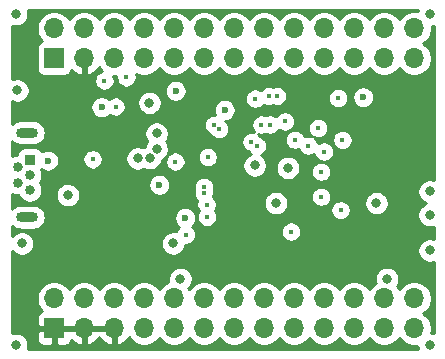
<source format=gbr>
%TF.GenerationSoftware,KiCad,Pcbnew,(5.1.8-0-10_14)*%
%TF.CreationDate,2020-11-28T23:42:33+01:00*%
%TF.ProjectId,FT2232Breakout,46543232-3332-4427-9265-616b6f75742e,rev?*%
%TF.SameCoordinates,Original*%
%TF.FileFunction,Copper,L3,Inr*%
%TF.FilePolarity,Positive*%
%FSLAX46Y46*%
G04 Gerber Fmt 4.6, Leading zero omitted, Abs format (unit mm)*
G04 Created by KiCad (PCBNEW (5.1.8-0-10_14)) date 2020-11-28 23:42:33*
%MOMM*%
%LPD*%
G01*
G04 APERTURE LIST*
%TA.AperFunction,ComponentPad*%
%ADD10O,1.700000X1.700000*%
%TD*%
%TA.AperFunction,ComponentPad*%
%ADD11R,1.700000X1.700000*%
%TD*%
%TA.AperFunction,ComponentPad*%
%ADD12O,1.850000X0.850000*%
%TD*%
%TA.AperFunction,ComponentPad*%
%ADD13C,0.840000*%
%TD*%
%TA.AperFunction,ComponentPad*%
%ADD14R,0.840000X0.840000*%
%TD*%
%TA.AperFunction,ViaPad*%
%ADD15C,0.600000*%
%TD*%
%TA.AperFunction,ViaPad*%
%ADD16C,0.800000*%
%TD*%
%TA.AperFunction,ViaPad*%
%ADD17C,0.450000*%
%TD*%
%TA.AperFunction,Conductor*%
%ADD18C,0.254000*%
%TD*%
%TA.AperFunction,Conductor*%
%ADD19C,0.100000*%
%TD*%
G04 APERTURE END LIST*
D10*
%TO.N,/AC7*%
%TO.C,J103*%
X139700000Y-99060000D03*
%TO.N,/SUSPEND#*%
X139700000Y-101600000D03*
%TO.N,/AC5*%
X137160000Y-99060000D03*
%TO.N,/AC6*%
X137160000Y-101600000D03*
%TO.N,/AC4*%
X134620000Y-99060000D03*
%TO.N,/VIO*%
X134620000Y-101600000D03*
%TO.N,/AC2*%
X132080000Y-99060000D03*
%TO.N,/AC3*%
X132080000Y-101600000D03*
%TO.N,/AC0*%
X129540000Y-99060000D03*
%TO.N,/AC1*%
X129540000Y-101600000D03*
%TO.N,/AD6*%
X127000000Y-99060000D03*
%TO.N,/AD7*%
X127000000Y-101600000D03*
%TO.N,/AD4*%
X124460000Y-99060000D03*
%TO.N,/AD5*%
X124460000Y-101600000D03*
%TO.N,/AD3*%
X121920000Y-99060000D03*
%TO.N,/VIO*%
X121920000Y-101600000D03*
%TO.N,/AD1*%
X119380000Y-99060000D03*
%TO.N,/AD2*%
X119380000Y-101600000D03*
%TO.N,/RESET#*%
X116840000Y-99060000D03*
%TO.N,/AD0*%
X116840000Y-101600000D03*
%TO.N,GND*%
X114300000Y-99060000D03*
%TO.N,+3V3*%
X114300000Y-101600000D03*
%TO.N,GND*%
X111760000Y-99060000D03*
%TO.N,+3V3*%
X111760000Y-101600000D03*
%TO.N,GND*%
X109220000Y-99060000D03*
D11*
%TO.N,+3V3*%
X109220000Y-101600000D03*
%TD*%
D10*
%TO.N,/BD0*%
%TO.C,J102*%
X139700000Y-76200000D03*
%TO.N,/BD1*%
X139700000Y-78740000D03*
%TO.N,/BD2*%
X137160000Y-76200000D03*
%TO.N,/BD3*%
X137160000Y-78740000D03*
%TO.N,/VIO*%
X134620000Y-76200000D03*
%TO.N,/BD4*%
X134620000Y-78740000D03*
%TO.N,/BD5*%
X132080000Y-76200000D03*
%TO.N,/BD6*%
X132080000Y-78740000D03*
%TO.N,/BD7*%
X129540000Y-76200000D03*
%TO.N,/BC0*%
X129540000Y-78740000D03*
%TO.N,/BC1*%
X127000000Y-76200000D03*
%TO.N,/BC2*%
X127000000Y-78740000D03*
%TO.N,/BC3*%
X124460000Y-76200000D03*
%TO.N,/BC4*%
X124460000Y-78740000D03*
%TO.N,/VIO*%
X121920000Y-76200000D03*
%TO.N,/BC5*%
X121920000Y-78740000D03*
%TO.N,/BC6*%
X119380000Y-76200000D03*
%TO.N,/BC7*%
X119380000Y-78740000D03*
%TO.N,/PWREN#*%
X116840000Y-76200000D03*
%TO.N,/DATA*%
X116840000Y-78740000D03*
%TO.N,/CLK*%
X114300000Y-76200000D03*
%TO.N,/CS*%
X114300000Y-78740000D03*
%TO.N,GND*%
X111760000Y-76200000D03*
%TO.N,+3V3*%
X111760000Y-78740000D03*
%TO.N,GND*%
X109220000Y-76200000D03*
D11*
%TO.N,+5V*%
X109220000Y-78740000D03*
%TD*%
D12*
%TO.N,GND*%
%TO.C,J101*%
X106940000Y-92175000D03*
X106940000Y-85025000D03*
D13*
X107160000Y-89900000D03*
%TO.N,N/C*%
X106160000Y-89250000D03*
%TO.N,/USB_D+*%
X107160000Y-88600000D03*
%TO.N,/USB_D-*%
X106160000Y-87950000D03*
D14*
%TO.N,/VBUS*%
X107160000Y-87300000D03*
%TD*%
D15*
%TO.N,GND*%
X108690000Y-87390000D03*
D16*
X117320000Y-87160000D03*
X116290000Y-87200000D03*
D17*
X122220000Y-87110000D03*
X119480000Y-87470000D03*
D15*
X119510000Y-81480000D03*
X123650000Y-83110000D03*
D16*
X106110000Y-81450000D03*
D15*
X120320000Y-92250000D03*
X118120000Y-89440000D03*
D16*
X117900000Y-86420000D03*
X117900000Y-85090000D03*
X117290000Y-82510000D03*
X110380000Y-90320000D03*
D17*
X121880000Y-90120000D03*
X121900000Y-89600000D03*
X122120000Y-91110000D03*
X122160000Y-92147000D03*
X123190000Y-84740000D03*
X122760000Y-84350000D03*
X133260000Y-82110000D03*
D15*
X135380000Y-82030000D03*
X113230000Y-82874999D03*
D17*
X133620000Y-85640000D03*
X133470000Y-91600000D03*
X129280000Y-93400000D03*
X131571280Y-84639470D03*
D16*
X106500000Y-94400000D03*
X106000000Y-103000000D03*
X106000000Y-75000000D03*
X141000000Y-75000000D03*
X141000000Y-103000000D03*
X141000000Y-95000000D03*
X141000000Y-90000000D03*
X141000000Y-92000000D03*
X129000000Y-88000000D03*
X128000000Y-91000000D03*
X119300000Y-94400000D03*
X119900000Y-97400000D03*
X137400000Y-97400000D03*
X136500000Y-91000000D03*
X126200000Y-87800000D03*
%TO.N,+3V3*%
X114540000Y-87270000D03*
X112080000Y-92090000D03*
X116850000Y-92050000D03*
X115940000Y-82880000D03*
X114530000Y-90670000D03*
X112740000Y-90640000D03*
X116000000Y-90740000D03*
D15*
X132670000Y-80870000D03*
D16*
X110300000Y-94300000D03*
D17*
%TO.N,+5V*%
X112470000Y-87290000D03*
X120360000Y-93650000D03*
%TO.N,/VIO*%
X131830000Y-90450000D03*
X131830000Y-88330000D03*
%TO.N,/BD6*%
X132080000Y-86630000D03*
%TO.N,/BD7*%
X130730000Y-86130000D03*
%TO.N,/BC0*%
X129600000Y-85620000D03*
%TO.N,/BC5*%
X128770000Y-84080000D03*
%TO.N,/BC6*%
X128072710Y-81922330D03*
%TO.N,/BC7*%
X127410420Y-81934620D03*
%TO.N,/PWREN#*%
X127510000Y-84340000D03*
%TO.N,/DATA*%
X126770000Y-84340000D03*
X114420000Y-82820000D03*
%TO.N,/CLK*%
X126390000Y-86140000D03*
X126242629Y-82147371D03*
X115331297Y-80347295D03*
%TO.N,/CS*%
X125920000Y-85790000D03*
X113470000Y-80620000D03*
%TD*%
D18*
%TO.N,+3V3*%
X140004774Y-74698102D02*
X139995508Y-74744687D01*
X139846260Y-74715000D01*
X139553740Y-74715000D01*
X139266842Y-74772068D01*
X138996589Y-74884010D01*
X138753368Y-75046525D01*
X138546525Y-75253368D01*
X138430000Y-75427760D01*
X138313475Y-75253368D01*
X138106632Y-75046525D01*
X137863411Y-74884010D01*
X137593158Y-74772068D01*
X137306260Y-74715000D01*
X137013740Y-74715000D01*
X136726842Y-74772068D01*
X136456589Y-74884010D01*
X136213368Y-75046525D01*
X136006525Y-75253368D01*
X135890000Y-75427760D01*
X135773475Y-75253368D01*
X135566632Y-75046525D01*
X135323411Y-74884010D01*
X135053158Y-74772068D01*
X134766260Y-74715000D01*
X134473740Y-74715000D01*
X134186842Y-74772068D01*
X133916589Y-74884010D01*
X133673368Y-75046525D01*
X133466525Y-75253368D01*
X133350000Y-75427760D01*
X133233475Y-75253368D01*
X133026632Y-75046525D01*
X132783411Y-74884010D01*
X132513158Y-74772068D01*
X132226260Y-74715000D01*
X131933740Y-74715000D01*
X131646842Y-74772068D01*
X131376589Y-74884010D01*
X131133368Y-75046525D01*
X130926525Y-75253368D01*
X130810000Y-75427760D01*
X130693475Y-75253368D01*
X130486632Y-75046525D01*
X130243411Y-74884010D01*
X129973158Y-74772068D01*
X129686260Y-74715000D01*
X129393740Y-74715000D01*
X129106842Y-74772068D01*
X128836589Y-74884010D01*
X128593368Y-75046525D01*
X128386525Y-75253368D01*
X128270000Y-75427760D01*
X128153475Y-75253368D01*
X127946632Y-75046525D01*
X127703411Y-74884010D01*
X127433158Y-74772068D01*
X127146260Y-74715000D01*
X126853740Y-74715000D01*
X126566842Y-74772068D01*
X126296589Y-74884010D01*
X126053368Y-75046525D01*
X125846525Y-75253368D01*
X125730000Y-75427760D01*
X125613475Y-75253368D01*
X125406632Y-75046525D01*
X125163411Y-74884010D01*
X124893158Y-74772068D01*
X124606260Y-74715000D01*
X124313740Y-74715000D01*
X124026842Y-74772068D01*
X123756589Y-74884010D01*
X123513368Y-75046525D01*
X123306525Y-75253368D01*
X123190000Y-75427760D01*
X123073475Y-75253368D01*
X122866632Y-75046525D01*
X122623411Y-74884010D01*
X122353158Y-74772068D01*
X122066260Y-74715000D01*
X121773740Y-74715000D01*
X121486842Y-74772068D01*
X121216589Y-74884010D01*
X120973368Y-75046525D01*
X120766525Y-75253368D01*
X120650000Y-75427760D01*
X120533475Y-75253368D01*
X120326632Y-75046525D01*
X120083411Y-74884010D01*
X119813158Y-74772068D01*
X119526260Y-74715000D01*
X119233740Y-74715000D01*
X118946842Y-74772068D01*
X118676589Y-74884010D01*
X118433368Y-75046525D01*
X118226525Y-75253368D01*
X118110000Y-75427760D01*
X117993475Y-75253368D01*
X117786632Y-75046525D01*
X117543411Y-74884010D01*
X117273158Y-74772068D01*
X116986260Y-74715000D01*
X116693740Y-74715000D01*
X116406842Y-74772068D01*
X116136589Y-74884010D01*
X115893368Y-75046525D01*
X115686525Y-75253368D01*
X115570000Y-75427760D01*
X115453475Y-75253368D01*
X115246632Y-75046525D01*
X115003411Y-74884010D01*
X114733158Y-74772068D01*
X114446260Y-74715000D01*
X114153740Y-74715000D01*
X113866842Y-74772068D01*
X113596589Y-74884010D01*
X113353368Y-75046525D01*
X113146525Y-75253368D01*
X113030000Y-75427760D01*
X112913475Y-75253368D01*
X112706632Y-75046525D01*
X112463411Y-74884010D01*
X112193158Y-74772068D01*
X111906260Y-74715000D01*
X111613740Y-74715000D01*
X111326842Y-74772068D01*
X111056589Y-74884010D01*
X110813368Y-75046525D01*
X110606525Y-75253368D01*
X110490000Y-75427760D01*
X110373475Y-75253368D01*
X110166632Y-75046525D01*
X109923411Y-74884010D01*
X109653158Y-74772068D01*
X109366260Y-74715000D01*
X109073740Y-74715000D01*
X108786842Y-74772068D01*
X108516589Y-74884010D01*
X108273368Y-75046525D01*
X108066525Y-75253368D01*
X107904010Y-75496589D01*
X107792068Y-75766842D01*
X107735000Y-76053740D01*
X107735000Y-76346260D01*
X107792068Y-76633158D01*
X107904010Y-76903411D01*
X108066525Y-77146632D01*
X108198380Y-77278487D01*
X108125820Y-77300498D01*
X108015506Y-77359463D01*
X107918815Y-77438815D01*
X107839463Y-77535506D01*
X107780498Y-77645820D01*
X107744188Y-77765518D01*
X107731928Y-77890000D01*
X107731928Y-79590000D01*
X107744188Y-79714482D01*
X107780498Y-79834180D01*
X107839463Y-79944494D01*
X107918815Y-80041185D01*
X108015506Y-80120537D01*
X108125820Y-80179502D01*
X108245518Y-80215812D01*
X108370000Y-80228072D01*
X110070000Y-80228072D01*
X110194482Y-80215812D01*
X110314180Y-80179502D01*
X110424494Y-80120537D01*
X110521185Y-80041185D01*
X110600537Y-79944494D01*
X110659502Y-79834180D01*
X110683966Y-79753534D01*
X110759731Y-79837588D01*
X110993080Y-80011641D01*
X111255901Y-80136825D01*
X111403110Y-80181476D01*
X111633000Y-80060155D01*
X111633000Y-78867000D01*
X111613000Y-78867000D01*
X111613000Y-78613000D01*
X111633000Y-78613000D01*
X111633000Y-78593000D01*
X111887000Y-78593000D01*
X111887000Y-78613000D01*
X111907000Y-78613000D01*
X111907000Y-78867000D01*
X111887000Y-78867000D01*
X111887000Y-80060155D01*
X112116890Y-80181476D01*
X112264099Y-80136825D01*
X112526920Y-80011641D01*
X112760269Y-79837588D01*
X112955178Y-79621355D01*
X113024805Y-79504466D01*
X113146525Y-79686632D01*
X113247335Y-79787442D01*
X113219147Y-79793049D01*
X113062637Y-79857878D01*
X112921782Y-79951995D01*
X112801995Y-80071782D01*
X112707878Y-80212637D01*
X112643049Y-80369147D01*
X112610000Y-80535297D01*
X112610000Y-80704703D01*
X112643049Y-80870853D01*
X112707878Y-81027363D01*
X112801995Y-81168218D01*
X112921782Y-81288005D01*
X113062637Y-81382122D01*
X113219147Y-81446951D01*
X113385297Y-81480000D01*
X113554703Y-81480000D01*
X113720853Y-81446951D01*
X113863387Y-81387911D01*
X118575000Y-81387911D01*
X118575000Y-81572089D01*
X118610932Y-81752729D01*
X118681414Y-81922889D01*
X118783738Y-82076028D01*
X118913972Y-82206262D01*
X119067111Y-82308586D01*
X119237271Y-82379068D01*
X119417911Y-82415000D01*
X119602089Y-82415000D01*
X119782729Y-82379068D01*
X119952889Y-82308586D01*
X120106028Y-82206262D01*
X120236262Y-82076028D01*
X120245188Y-82062668D01*
X125382629Y-82062668D01*
X125382629Y-82232074D01*
X125415678Y-82398224D01*
X125480507Y-82554734D01*
X125574624Y-82695589D01*
X125694411Y-82815376D01*
X125835266Y-82909493D01*
X125991776Y-82974322D01*
X126157926Y-83007371D01*
X126327332Y-83007371D01*
X126493482Y-82974322D01*
X126649992Y-82909493D01*
X126790847Y-82815376D01*
X126910634Y-82695589D01*
X126938629Y-82653692D01*
X127003057Y-82696742D01*
X127159567Y-82761571D01*
X127325717Y-82794620D01*
X127495123Y-82794620D01*
X127661273Y-82761571D01*
X127756400Y-82722168D01*
X127821857Y-82749281D01*
X127988007Y-82782330D01*
X128157413Y-82782330D01*
X128323563Y-82749281D01*
X128480073Y-82684452D01*
X128620928Y-82590335D01*
X128740715Y-82470548D01*
X128834832Y-82329693D01*
X128899661Y-82173183D01*
X128929077Y-82025297D01*
X132400000Y-82025297D01*
X132400000Y-82194703D01*
X132433049Y-82360853D01*
X132497878Y-82517363D01*
X132591995Y-82658218D01*
X132711782Y-82778005D01*
X132852637Y-82872122D01*
X133009147Y-82936951D01*
X133175297Y-82970000D01*
X133344703Y-82970000D01*
X133510853Y-82936951D01*
X133667363Y-82872122D01*
X133808218Y-82778005D01*
X133928005Y-82658218D01*
X134022122Y-82517363D01*
X134086951Y-82360853D01*
X134120000Y-82194703D01*
X134120000Y-82025297D01*
X134102618Y-81937911D01*
X134445000Y-81937911D01*
X134445000Y-82122089D01*
X134480932Y-82302729D01*
X134551414Y-82472889D01*
X134653738Y-82626028D01*
X134783972Y-82756262D01*
X134937111Y-82858586D01*
X135107271Y-82929068D01*
X135287911Y-82965000D01*
X135472089Y-82965000D01*
X135652729Y-82929068D01*
X135822889Y-82858586D01*
X135976028Y-82756262D01*
X136106262Y-82626028D01*
X136208586Y-82472889D01*
X136279068Y-82302729D01*
X136315000Y-82122089D01*
X136315000Y-81937911D01*
X136279068Y-81757271D01*
X136208586Y-81587111D01*
X136106262Y-81433972D01*
X135976028Y-81303738D01*
X135822889Y-81201414D01*
X135652729Y-81130932D01*
X135472089Y-81095000D01*
X135287911Y-81095000D01*
X135107271Y-81130932D01*
X134937111Y-81201414D01*
X134783972Y-81303738D01*
X134653738Y-81433972D01*
X134551414Y-81587111D01*
X134480932Y-81757271D01*
X134445000Y-81937911D01*
X134102618Y-81937911D01*
X134086951Y-81859147D01*
X134022122Y-81702637D01*
X133928005Y-81561782D01*
X133808218Y-81441995D01*
X133667363Y-81347878D01*
X133510853Y-81283049D01*
X133344703Y-81250000D01*
X133175297Y-81250000D01*
X133009147Y-81283049D01*
X132852637Y-81347878D01*
X132711782Y-81441995D01*
X132591995Y-81561782D01*
X132497878Y-81702637D01*
X132433049Y-81859147D01*
X132400000Y-82025297D01*
X128929077Y-82025297D01*
X128932710Y-82007033D01*
X128932710Y-81837627D01*
X128899661Y-81671477D01*
X128834832Y-81514967D01*
X128740715Y-81374112D01*
X128620928Y-81254325D01*
X128480073Y-81160208D01*
X128323563Y-81095379D01*
X128157413Y-81062330D01*
X127988007Y-81062330D01*
X127821857Y-81095379D01*
X127726730Y-81134782D01*
X127661273Y-81107669D01*
X127495123Y-81074620D01*
X127325717Y-81074620D01*
X127159567Y-81107669D01*
X127003057Y-81172498D01*
X126862202Y-81266615D01*
X126742415Y-81386402D01*
X126714420Y-81428299D01*
X126649992Y-81385249D01*
X126493482Y-81320420D01*
X126327332Y-81287371D01*
X126157926Y-81287371D01*
X125991776Y-81320420D01*
X125835266Y-81385249D01*
X125694411Y-81479366D01*
X125574624Y-81599153D01*
X125480507Y-81740008D01*
X125415678Y-81896518D01*
X125382629Y-82062668D01*
X120245188Y-82062668D01*
X120338586Y-81922889D01*
X120409068Y-81752729D01*
X120445000Y-81572089D01*
X120445000Y-81387911D01*
X120409068Y-81207271D01*
X120338586Y-81037111D01*
X120236262Y-80883972D01*
X120106028Y-80753738D01*
X119952889Y-80651414D01*
X119782729Y-80580932D01*
X119602089Y-80545000D01*
X119417911Y-80545000D01*
X119237271Y-80580932D01*
X119067111Y-80651414D01*
X118913972Y-80753738D01*
X118783738Y-80883972D01*
X118681414Y-81037111D01*
X118610932Y-81207271D01*
X118575000Y-81387911D01*
X113863387Y-81387911D01*
X113877363Y-81382122D01*
X114018218Y-81288005D01*
X114138005Y-81168218D01*
X114232122Y-81027363D01*
X114296951Y-80870853D01*
X114330000Y-80704703D01*
X114330000Y-80535297D01*
X114296951Y-80369147D01*
X114237243Y-80225000D01*
X114446260Y-80225000D01*
X114480114Y-80218266D01*
X114471297Y-80262592D01*
X114471297Y-80431998D01*
X114504346Y-80598148D01*
X114569175Y-80754658D01*
X114663292Y-80895513D01*
X114783079Y-81015300D01*
X114923934Y-81109417D01*
X115080444Y-81174246D01*
X115246594Y-81207295D01*
X115416000Y-81207295D01*
X115582150Y-81174246D01*
X115738660Y-81109417D01*
X115879515Y-81015300D01*
X115999302Y-80895513D01*
X116093419Y-80754658D01*
X116158248Y-80598148D01*
X116191297Y-80431998D01*
X116191297Y-80262592D01*
X116158248Y-80096442D01*
X116142508Y-80058442D01*
X116406842Y-80167932D01*
X116693740Y-80225000D01*
X116986260Y-80225000D01*
X117273158Y-80167932D01*
X117543411Y-80055990D01*
X117786632Y-79893475D01*
X117993475Y-79686632D01*
X118110000Y-79512240D01*
X118226525Y-79686632D01*
X118433368Y-79893475D01*
X118676589Y-80055990D01*
X118946842Y-80167932D01*
X119233740Y-80225000D01*
X119526260Y-80225000D01*
X119813158Y-80167932D01*
X120083411Y-80055990D01*
X120326632Y-79893475D01*
X120533475Y-79686632D01*
X120650000Y-79512240D01*
X120766525Y-79686632D01*
X120973368Y-79893475D01*
X121216589Y-80055990D01*
X121486842Y-80167932D01*
X121773740Y-80225000D01*
X122066260Y-80225000D01*
X122353158Y-80167932D01*
X122623411Y-80055990D01*
X122866632Y-79893475D01*
X123073475Y-79686632D01*
X123190000Y-79512240D01*
X123306525Y-79686632D01*
X123513368Y-79893475D01*
X123756589Y-80055990D01*
X124026842Y-80167932D01*
X124313740Y-80225000D01*
X124606260Y-80225000D01*
X124893158Y-80167932D01*
X125163411Y-80055990D01*
X125406632Y-79893475D01*
X125613475Y-79686632D01*
X125730000Y-79512240D01*
X125846525Y-79686632D01*
X126053368Y-79893475D01*
X126296589Y-80055990D01*
X126566842Y-80167932D01*
X126853740Y-80225000D01*
X127146260Y-80225000D01*
X127433158Y-80167932D01*
X127703411Y-80055990D01*
X127946632Y-79893475D01*
X128153475Y-79686632D01*
X128270000Y-79512240D01*
X128386525Y-79686632D01*
X128593368Y-79893475D01*
X128836589Y-80055990D01*
X129106842Y-80167932D01*
X129393740Y-80225000D01*
X129686260Y-80225000D01*
X129973158Y-80167932D01*
X130243411Y-80055990D01*
X130486632Y-79893475D01*
X130693475Y-79686632D01*
X130810000Y-79512240D01*
X130926525Y-79686632D01*
X131133368Y-79893475D01*
X131376589Y-80055990D01*
X131646842Y-80167932D01*
X131933740Y-80225000D01*
X132226260Y-80225000D01*
X132513158Y-80167932D01*
X132783411Y-80055990D01*
X133026632Y-79893475D01*
X133233475Y-79686632D01*
X133350000Y-79512240D01*
X133466525Y-79686632D01*
X133673368Y-79893475D01*
X133916589Y-80055990D01*
X134186842Y-80167932D01*
X134473740Y-80225000D01*
X134766260Y-80225000D01*
X135053158Y-80167932D01*
X135323411Y-80055990D01*
X135566632Y-79893475D01*
X135773475Y-79686632D01*
X135890000Y-79512240D01*
X136006525Y-79686632D01*
X136213368Y-79893475D01*
X136456589Y-80055990D01*
X136726842Y-80167932D01*
X137013740Y-80225000D01*
X137306260Y-80225000D01*
X137593158Y-80167932D01*
X137863411Y-80055990D01*
X138106632Y-79893475D01*
X138313475Y-79686632D01*
X138430000Y-79512240D01*
X138546525Y-79686632D01*
X138753368Y-79893475D01*
X138996589Y-80055990D01*
X139266842Y-80167932D01*
X139553740Y-80225000D01*
X139846260Y-80225000D01*
X140133158Y-80167932D01*
X140403411Y-80055990D01*
X140646632Y-79893475D01*
X140853475Y-79686632D01*
X141015990Y-79443411D01*
X141127932Y-79173158D01*
X141185000Y-78886260D01*
X141185000Y-78593740D01*
X141127932Y-78306842D01*
X141015990Y-78036589D01*
X140853475Y-77793368D01*
X140646632Y-77586525D01*
X140472240Y-77470000D01*
X140646632Y-77353475D01*
X140853475Y-77146632D01*
X141015990Y-76903411D01*
X141127932Y-76633158D01*
X141185000Y-76346260D01*
X141185000Y-76053740D01*
X141178253Y-76019820D01*
X141301898Y-75995226D01*
X141340000Y-75979443D01*
X141340001Y-89020557D01*
X141301898Y-89004774D01*
X141101939Y-88965000D01*
X140898061Y-88965000D01*
X140698102Y-89004774D01*
X140509744Y-89082795D01*
X140340226Y-89196063D01*
X140196063Y-89340226D01*
X140082795Y-89509744D01*
X140004774Y-89698102D01*
X139965000Y-89898061D01*
X139965000Y-90101939D01*
X140004774Y-90301898D01*
X140082795Y-90490256D01*
X140196063Y-90659774D01*
X140340226Y-90803937D01*
X140509744Y-90917205D01*
X140698102Y-90995226D01*
X140722103Y-91000000D01*
X140698102Y-91004774D01*
X140509744Y-91082795D01*
X140340226Y-91196063D01*
X140196063Y-91340226D01*
X140082795Y-91509744D01*
X140004774Y-91698102D01*
X139965000Y-91898061D01*
X139965000Y-92101939D01*
X140004774Y-92301898D01*
X140082795Y-92490256D01*
X140196063Y-92659774D01*
X140340226Y-92803937D01*
X140509744Y-92917205D01*
X140698102Y-92995226D01*
X140898061Y-93035000D01*
X141101939Y-93035000D01*
X141301898Y-92995226D01*
X141340001Y-92979443D01*
X141340001Y-94020557D01*
X141301898Y-94004774D01*
X141101939Y-93965000D01*
X140898061Y-93965000D01*
X140698102Y-94004774D01*
X140509744Y-94082795D01*
X140340226Y-94196063D01*
X140196063Y-94340226D01*
X140082795Y-94509744D01*
X140004774Y-94698102D01*
X139965000Y-94898061D01*
X139965000Y-95101939D01*
X140004774Y-95301898D01*
X140082795Y-95490256D01*
X140196063Y-95659774D01*
X140340226Y-95803937D01*
X140509744Y-95917205D01*
X140698102Y-95995226D01*
X140898061Y-96035000D01*
X141101939Y-96035000D01*
X141301898Y-95995226D01*
X141340001Y-95979443D01*
X141340001Y-102020557D01*
X141301898Y-102004774D01*
X141139984Y-101972568D01*
X141185000Y-101746260D01*
X141185000Y-101453740D01*
X141127932Y-101166842D01*
X141015990Y-100896589D01*
X140853475Y-100653368D01*
X140646632Y-100446525D01*
X140472240Y-100330000D01*
X140646632Y-100213475D01*
X140853475Y-100006632D01*
X141015990Y-99763411D01*
X141127932Y-99493158D01*
X141185000Y-99206260D01*
X141185000Y-98913740D01*
X141127932Y-98626842D01*
X141015990Y-98356589D01*
X140853475Y-98113368D01*
X140646632Y-97906525D01*
X140403411Y-97744010D01*
X140133158Y-97632068D01*
X139846260Y-97575000D01*
X139553740Y-97575000D01*
X139266842Y-97632068D01*
X138996589Y-97744010D01*
X138753368Y-97906525D01*
X138546525Y-98113368D01*
X138430000Y-98287760D01*
X138313475Y-98113368D01*
X138226345Y-98026238D01*
X138317205Y-97890256D01*
X138395226Y-97701898D01*
X138435000Y-97501939D01*
X138435000Y-97298061D01*
X138395226Y-97098102D01*
X138317205Y-96909744D01*
X138203937Y-96740226D01*
X138059774Y-96596063D01*
X137890256Y-96482795D01*
X137701898Y-96404774D01*
X137501939Y-96365000D01*
X137298061Y-96365000D01*
X137098102Y-96404774D01*
X136909744Y-96482795D01*
X136740226Y-96596063D01*
X136596063Y-96740226D01*
X136482795Y-96909744D01*
X136404774Y-97098102D01*
X136365000Y-97298061D01*
X136365000Y-97501939D01*
X136404774Y-97701898D01*
X136429668Y-97761998D01*
X136213368Y-97906525D01*
X136006525Y-98113368D01*
X135890000Y-98287760D01*
X135773475Y-98113368D01*
X135566632Y-97906525D01*
X135323411Y-97744010D01*
X135053158Y-97632068D01*
X134766260Y-97575000D01*
X134473740Y-97575000D01*
X134186842Y-97632068D01*
X133916589Y-97744010D01*
X133673368Y-97906525D01*
X133466525Y-98113368D01*
X133350000Y-98287760D01*
X133233475Y-98113368D01*
X133026632Y-97906525D01*
X132783411Y-97744010D01*
X132513158Y-97632068D01*
X132226260Y-97575000D01*
X131933740Y-97575000D01*
X131646842Y-97632068D01*
X131376589Y-97744010D01*
X131133368Y-97906525D01*
X130926525Y-98113368D01*
X130810000Y-98287760D01*
X130693475Y-98113368D01*
X130486632Y-97906525D01*
X130243411Y-97744010D01*
X129973158Y-97632068D01*
X129686260Y-97575000D01*
X129393740Y-97575000D01*
X129106842Y-97632068D01*
X128836589Y-97744010D01*
X128593368Y-97906525D01*
X128386525Y-98113368D01*
X128270000Y-98287760D01*
X128153475Y-98113368D01*
X127946632Y-97906525D01*
X127703411Y-97744010D01*
X127433158Y-97632068D01*
X127146260Y-97575000D01*
X126853740Y-97575000D01*
X126566842Y-97632068D01*
X126296589Y-97744010D01*
X126053368Y-97906525D01*
X125846525Y-98113368D01*
X125730000Y-98287760D01*
X125613475Y-98113368D01*
X125406632Y-97906525D01*
X125163411Y-97744010D01*
X124893158Y-97632068D01*
X124606260Y-97575000D01*
X124313740Y-97575000D01*
X124026842Y-97632068D01*
X123756589Y-97744010D01*
X123513368Y-97906525D01*
X123306525Y-98113368D01*
X123190000Y-98287760D01*
X123073475Y-98113368D01*
X122866632Y-97906525D01*
X122623411Y-97744010D01*
X122353158Y-97632068D01*
X122066260Y-97575000D01*
X121773740Y-97575000D01*
X121486842Y-97632068D01*
X121216589Y-97744010D01*
X120973368Y-97906525D01*
X120766525Y-98113368D01*
X120650000Y-98287760D01*
X120580286Y-98183425D01*
X120703937Y-98059774D01*
X120817205Y-97890256D01*
X120895226Y-97701898D01*
X120935000Y-97501939D01*
X120935000Y-97298061D01*
X120895226Y-97098102D01*
X120817205Y-96909744D01*
X120703937Y-96740226D01*
X120559774Y-96596063D01*
X120390256Y-96482795D01*
X120201898Y-96404774D01*
X120001939Y-96365000D01*
X119798061Y-96365000D01*
X119598102Y-96404774D01*
X119409744Y-96482795D01*
X119240226Y-96596063D01*
X119096063Y-96740226D01*
X118982795Y-96909744D01*
X118904774Y-97098102D01*
X118865000Y-97298061D01*
X118865000Y-97501939D01*
X118895144Y-97653482D01*
X118676589Y-97744010D01*
X118433368Y-97906525D01*
X118226525Y-98113368D01*
X118110000Y-98287760D01*
X117993475Y-98113368D01*
X117786632Y-97906525D01*
X117543411Y-97744010D01*
X117273158Y-97632068D01*
X116986260Y-97575000D01*
X116693740Y-97575000D01*
X116406842Y-97632068D01*
X116136589Y-97744010D01*
X115893368Y-97906525D01*
X115686525Y-98113368D01*
X115570000Y-98287760D01*
X115453475Y-98113368D01*
X115246632Y-97906525D01*
X115003411Y-97744010D01*
X114733158Y-97632068D01*
X114446260Y-97575000D01*
X114153740Y-97575000D01*
X113866842Y-97632068D01*
X113596589Y-97744010D01*
X113353368Y-97906525D01*
X113146525Y-98113368D01*
X113030000Y-98287760D01*
X112913475Y-98113368D01*
X112706632Y-97906525D01*
X112463411Y-97744010D01*
X112193158Y-97632068D01*
X111906260Y-97575000D01*
X111613740Y-97575000D01*
X111326842Y-97632068D01*
X111056589Y-97744010D01*
X110813368Y-97906525D01*
X110606525Y-98113368D01*
X110490000Y-98287760D01*
X110373475Y-98113368D01*
X110166632Y-97906525D01*
X109923411Y-97744010D01*
X109653158Y-97632068D01*
X109366260Y-97575000D01*
X109073740Y-97575000D01*
X108786842Y-97632068D01*
X108516589Y-97744010D01*
X108273368Y-97906525D01*
X108066525Y-98113368D01*
X107904010Y-98356589D01*
X107792068Y-98626842D01*
X107735000Y-98913740D01*
X107735000Y-99206260D01*
X107792068Y-99493158D01*
X107904010Y-99763411D01*
X108066525Y-100006632D01*
X108198380Y-100138487D01*
X108125820Y-100160498D01*
X108015506Y-100219463D01*
X107918815Y-100298815D01*
X107839463Y-100395506D01*
X107780498Y-100505820D01*
X107744188Y-100625518D01*
X107731928Y-100750000D01*
X107735000Y-101314250D01*
X107893750Y-101473000D01*
X109093000Y-101473000D01*
X109093000Y-101453000D01*
X109347000Y-101453000D01*
X109347000Y-101473000D01*
X111633000Y-101473000D01*
X111633000Y-101453000D01*
X111887000Y-101453000D01*
X111887000Y-101473000D01*
X114173000Y-101473000D01*
X114173000Y-101453000D01*
X114427000Y-101453000D01*
X114427000Y-101473000D01*
X114447000Y-101473000D01*
X114447000Y-101727000D01*
X114427000Y-101727000D01*
X114427000Y-102920155D01*
X114656890Y-103041476D01*
X114804099Y-102996825D01*
X115066920Y-102871641D01*
X115300269Y-102697588D01*
X115495178Y-102481355D01*
X115564805Y-102364466D01*
X115686525Y-102546632D01*
X115893368Y-102753475D01*
X116136589Y-102915990D01*
X116406842Y-103027932D01*
X116693740Y-103085000D01*
X116986260Y-103085000D01*
X117273158Y-103027932D01*
X117543411Y-102915990D01*
X117786632Y-102753475D01*
X117993475Y-102546632D01*
X118110000Y-102372240D01*
X118226525Y-102546632D01*
X118433368Y-102753475D01*
X118676589Y-102915990D01*
X118946842Y-103027932D01*
X119233740Y-103085000D01*
X119526260Y-103085000D01*
X119813158Y-103027932D01*
X120083411Y-102915990D01*
X120326632Y-102753475D01*
X120533475Y-102546632D01*
X120650000Y-102372240D01*
X120766525Y-102546632D01*
X120973368Y-102753475D01*
X121216589Y-102915990D01*
X121486842Y-103027932D01*
X121773740Y-103085000D01*
X122066260Y-103085000D01*
X122353158Y-103027932D01*
X122623411Y-102915990D01*
X122866632Y-102753475D01*
X123073475Y-102546632D01*
X123190000Y-102372240D01*
X123306525Y-102546632D01*
X123513368Y-102753475D01*
X123756589Y-102915990D01*
X124026842Y-103027932D01*
X124313740Y-103085000D01*
X124606260Y-103085000D01*
X124893158Y-103027932D01*
X125163411Y-102915990D01*
X125406632Y-102753475D01*
X125613475Y-102546632D01*
X125730000Y-102372240D01*
X125846525Y-102546632D01*
X126053368Y-102753475D01*
X126296589Y-102915990D01*
X126566842Y-103027932D01*
X126853740Y-103085000D01*
X127146260Y-103085000D01*
X127433158Y-103027932D01*
X127703411Y-102915990D01*
X127946632Y-102753475D01*
X128153475Y-102546632D01*
X128270000Y-102372240D01*
X128386525Y-102546632D01*
X128593368Y-102753475D01*
X128836589Y-102915990D01*
X129106842Y-103027932D01*
X129393740Y-103085000D01*
X129686260Y-103085000D01*
X129973158Y-103027932D01*
X130243411Y-102915990D01*
X130486632Y-102753475D01*
X130693475Y-102546632D01*
X130810000Y-102372240D01*
X130926525Y-102546632D01*
X131133368Y-102753475D01*
X131376589Y-102915990D01*
X131646842Y-103027932D01*
X131933740Y-103085000D01*
X132226260Y-103085000D01*
X132513158Y-103027932D01*
X132783411Y-102915990D01*
X133026632Y-102753475D01*
X133233475Y-102546632D01*
X133350000Y-102372240D01*
X133466525Y-102546632D01*
X133673368Y-102753475D01*
X133916589Y-102915990D01*
X134186842Y-103027932D01*
X134473740Y-103085000D01*
X134766260Y-103085000D01*
X135053158Y-103027932D01*
X135323411Y-102915990D01*
X135566632Y-102753475D01*
X135773475Y-102546632D01*
X135890000Y-102372240D01*
X136006525Y-102546632D01*
X136213368Y-102753475D01*
X136456589Y-102915990D01*
X136726842Y-103027932D01*
X137013740Y-103085000D01*
X137306260Y-103085000D01*
X137593158Y-103027932D01*
X137863411Y-102915990D01*
X138106632Y-102753475D01*
X138313475Y-102546632D01*
X138430000Y-102372240D01*
X138546525Y-102546632D01*
X138753368Y-102753475D01*
X138996589Y-102915990D01*
X139266842Y-103027932D01*
X139553740Y-103085000D01*
X139846260Y-103085000D01*
X139965000Y-103061381D01*
X139965000Y-103101939D01*
X140004774Y-103301898D01*
X140020556Y-103340000D01*
X106979444Y-103340000D01*
X106995226Y-103301898D01*
X107035000Y-103101939D01*
X107035000Y-102898061D01*
X106995226Y-102698102D01*
X106917205Y-102509744D01*
X106877286Y-102450000D01*
X107731928Y-102450000D01*
X107744188Y-102574482D01*
X107780498Y-102694180D01*
X107839463Y-102804494D01*
X107918815Y-102901185D01*
X108015506Y-102980537D01*
X108125820Y-103039502D01*
X108245518Y-103075812D01*
X108370000Y-103088072D01*
X108934250Y-103085000D01*
X109093000Y-102926250D01*
X109093000Y-101727000D01*
X109347000Y-101727000D01*
X109347000Y-102926250D01*
X109505750Y-103085000D01*
X110070000Y-103088072D01*
X110194482Y-103075812D01*
X110314180Y-103039502D01*
X110424494Y-102980537D01*
X110521185Y-102901185D01*
X110600537Y-102804494D01*
X110659502Y-102694180D01*
X110683966Y-102613534D01*
X110759731Y-102697588D01*
X110993080Y-102871641D01*
X111255901Y-102996825D01*
X111403110Y-103041476D01*
X111633000Y-102920155D01*
X111633000Y-101727000D01*
X111887000Y-101727000D01*
X111887000Y-102920155D01*
X112116890Y-103041476D01*
X112264099Y-102996825D01*
X112526920Y-102871641D01*
X112760269Y-102697588D01*
X112955178Y-102481355D01*
X113030000Y-102355745D01*
X113104822Y-102481355D01*
X113299731Y-102697588D01*
X113533080Y-102871641D01*
X113795901Y-102996825D01*
X113943110Y-103041476D01*
X114173000Y-102920155D01*
X114173000Y-101727000D01*
X111887000Y-101727000D01*
X111633000Y-101727000D01*
X109347000Y-101727000D01*
X109093000Y-101727000D01*
X107893750Y-101727000D01*
X107735000Y-101885750D01*
X107731928Y-102450000D01*
X106877286Y-102450000D01*
X106803937Y-102340226D01*
X106659774Y-102196063D01*
X106490256Y-102082795D01*
X106301898Y-102004774D01*
X106101939Y-101965000D01*
X105898061Y-101965000D01*
X105698102Y-102004774D01*
X105660000Y-102020556D01*
X105660000Y-95005802D01*
X105696063Y-95059774D01*
X105840226Y-95203937D01*
X106009744Y-95317205D01*
X106198102Y-95395226D01*
X106398061Y-95435000D01*
X106601939Y-95435000D01*
X106801898Y-95395226D01*
X106990256Y-95317205D01*
X107159774Y-95203937D01*
X107303937Y-95059774D01*
X107417205Y-94890256D01*
X107495226Y-94701898D01*
X107535000Y-94501939D01*
X107535000Y-94298061D01*
X118265000Y-94298061D01*
X118265000Y-94501939D01*
X118304774Y-94701898D01*
X118382795Y-94890256D01*
X118496063Y-95059774D01*
X118640226Y-95203937D01*
X118809744Y-95317205D01*
X118998102Y-95395226D01*
X119198061Y-95435000D01*
X119401939Y-95435000D01*
X119601898Y-95395226D01*
X119790256Y-95317205D01*
X119959774Y-95203937D01*
X120103937Y-95059774D01*
X120217205Y-94890256D01*
X120295226Y-94701898D01*
X120333397Y-94510000D01*
X120444703Y-94510000D01*
X120610853Y-94476951D01*
X120767363Y-94412122D01*
X120908218Y-94318005D01*
X121028005Y-94198218D01*
X121122122Y-94057363D01*
X121186951Y-93900853D01*
X121220000Y-93734703D01*
X121220000Y-93565297D01*
X121186951Y-93399147D01*
X121152219Y-93315297D01*
X128420000Y-93315297D01*
X128420000Y-93484703D01*
X128453049Y-93650853D01*
X128517878Y-93807363D01*
X128611995Y-93948218D01*
X128731782Y-94068005D01*
X128872637Y-94162122D01*
X129029147Y-94226951D01*
X129195297Y-94260000D01*
X129364703Y-94260000D01*
X129530853Y-94226951D01*
X129687363Y-94162122D01*
X129828218Y-94068005D01*
X129948005Y-93948218D01*
X130042122Y-93807363D01*
X130106951Y-93650853D01*
X130140000Y-93484703D01*
X130140000Y-93315297D01*
X130106951Y-93149147D01*
X130042122Y-92992637D01*
X129948005Y-92851782D01*
X129828218Y-92731995D01*
X129687363Y-92637878D01*
X129530853Y-92573049D01*
X129364703Y-92540000D01*
X129195297Y-92540000D01*
X129029147Y-92573049D01*
X128872637Y-92637878D01*
X128731782Y-92731995D01*
X128611995Y-92851782D01*
X128517878Y-92992637D01*
X128453049Y-93149147D01*
X128420000Y-93315297D01*
X121152219Y-93315297D01*
X121122122Y-93242637D01*
X121028005Y-93101782D01*
X120908218Y-92981995D01*
X120907833Y-92981738D01*
X120916028Y-92976262D01*
X121046262Y-92846028D01*
X121148586Y-92692889D01*
X121219068Y-92522729D01*
X121255000Y-92342089D01*
X121255000Y-92157911D01*
X121219068Y-91977271D01*
X121148586Y-91807111D01*
X121046262Y-91653972D01*
X120916028Y-91523738D01*
X120762889Y-91421414D01*
X120592729Y-91350932D01*
X120412089Y-91315000D01*
X120227911Y-91315000D01*
X120047271Y-91350932D01*
X119877111Y-91421414D01*
X119723972Y-91523738D01*
X119593738Y-91653972D01*
X119491414Y-91807111D01*
X119420932Y-91977271D01*
X119385000Y-92157911D01*
X119385000Y-92342089D01*
X119420932Y-92522729D01*
X119491414Y-92692889D01*
X119593738Y-92846028D01*
X119723972Y-92976262D01*
X119780047Y-93013730D01*
X119691995Y-93101782D01*
X119597878Y-93242637D01*
X119536136Y-93391693D01*
X119401939Y-93365000D01*
X119198061Y-93365000D01*
X118998102Y-93404774D01*
X118809744Y-93482795D01*
X118640226Y-93596063D01*
X118496063Y-93740226D01*
X118382795Y-93909744D01*
X118304774Y-94098102D01*
X118265000Y-94298061D01*
X107535000Y-94298061D01*
X107495226Y-94098102D01*
X107417205Y-93909744D01*
X107303937Y-93740226D01*
X107159774Y-93596063D01*
X106990256Y-93482795D01*
X106801898Y-93404774D01*
X106601939Y-93365000D01*
X106398061Y-93365000D01*
X106198102Y-93404774D01*
X106009744Y-93482795D01*
X105840226Y-93596063D01*
X105696063Y-93740226D01*
X105660000Y-93794198D01*
X105660000Y-92895453D01*
X105686841Y-92928159D01*
X105848247Y-93060622D01*
X106032393Y-93159050D01*
X106232204Y-93219662D01*
X106387934Y-93235000D01*
X107492066Y-93235000D01*
X107647796Y-93219662D01*
X107847607Y-93159050D01*
X108031753Y-93060622D01*
X108193159Y-92928159D01*
X108325622Y-92766753D01*
X108424050Y-92582607D01*
X108484662Y-92382796D01*
X108505128Y-92175000D01*
X108484662Y-91967204D01*
X108424050Y-91767393D01*
X108325622Y-91583247D01*
X108193159Y-91421841D01*
X108031753Y-91289378D01*
X107847607Y-91190950D01*
X107647796Y-91130338D01*
X107492066Y-91115000D01*
X106387934Y-91115000D01*
X106232204Y-91130338D01*
X106032393Y-91190950D01*
X105848247Y-91289378D01*
X105686841Y-91421841D01*
X105660000Y-91454547D01*
X105660000Y-90184749D01*
X105660270Y-90184929D01*
X105852268Y-90264457D01*
X106056092Y-90305000D01*
X106185833Y-90305000D01*
X106225071Y-90399730D01*
X106340528Y-90572523D01*
X106487477Y-90719472D01*
X106660270Y-90834929D01*
X106852268Y-90914457D01*
X107056092Y-90955000D01*
X107263908Y-90955000D01*
X107467732Y-90914457D01*
X107659730Y-90834929D01*
X107832523Y-90719472D01*
X107979472Y-90572523D01*
X108094929Y-90399730D01*
X108170178Y-90218061D01*
X109345000Y-90218061D01*
X109345000Y-90421939D01*
X109384774Y-90621898D01*
X109462795Y-90810256D01*
X109576063Y-90979774D01*
X109720226Y-91123937D01*
X109889744Y-91237205D01*
X110078102Y-91315226D01*
X110278061Y-91355000D01*
X110481939Y-91355000D01*
X110681898Y-91315226D01*
X110870256Y-91237205D01*
X111039774Y-91123937D01*
X111183937Y-90979774D01*
X111297205Y-90810256D01*
X111375226Y-90621898D01*
X111415000Y-90421939D01*
X111415000Y-90218061D01*
X111375226Y-90018102D01*
X111297205Y-89829744D01*
X111183937Y-89660226D01*
X111039774Y-89516063D01*
X110870256Y-89402795D01*
X110737756Y-89347911D01*
X117185000Y-89347911D01*
X117185000Y-89532089D01*
X117220932Y-89712729D01*
X117291414Y-89882889D01*
X117393738Y-90036028D01*
X117523972Y-90166262D01*
X117677111Y-90268586D01*
X117847271Y-90339068D01*
X118027911Y-90375000D01*
X118212089Y-90375000D01*
X118392729Y-90339068D01*
X118562889Y-90268586D01*
X118716028Y-90166262D01*
X118846262Y-90036028D01*
X118846750Y-90035297D01*
X121020000Y-90035297D01*
X121020000Y-90204703D01*
X121053049Y-90370853D01*
X121117878Y-90527363D01*
X121211995Y-90668218D01*
X121325231Y-90781454D01*
X121293049Y-90859147D01*
X121260000Y-91025297D01*
X121260000Y-91194703D01*
X121293049Y-91360853D01*
X121357878Y-91517363D01*
X121451995Y-91658218D01*
X121452166Y-91658389D01*
X121397878Y-91739637D01*
X121333049Y-91896147D01*
X121300000Y-92062297D01*
X121300000Y-92231703D01*
X121333049Y-92397853D01*
X121397878Y-92554363D01*
X121491995Y-92695218D01*
X121611782Y-92815005D01*
X121752637Y-92909122D01*
X121909147Y-92973951D01*
X122075297Y-93007000D01*
X122244703Y-93007000D01*
X122410853Y-92973951D01*
X122567363Y-92909122D01*
X122708218Y-92815005D01*
X122828005Y-92695218D01*
X122922122Y-92554363D01*
X122986951Y-92397853D01*
X123020000Y-92231703D01*
X123020000Y-92062297D01*
X122986951Y-91896147D01*
X122922122Y-91739637D01*
X122828005Y-91598782D01*
X122827834Y-91598611D01*
X122882122Y-91517363D01*
X122946951Y-91360853D01*
X122980000Y-91194703D01*
X122980000Y-91025297D01*
X122954692Y-90898061D01*
X126965000Y-90898061D01*
X126965000Y-91101939D01*
X127004774Y-91301898D01*
X127082795Y-91490256D01*
X127196063Y-91659774D01*
X127340226Y-91803937D01*
X127509744Y-91917205D01*
X127698102Y-91995226D01*
X127898061Y-92035000D01*
X128101939Y-92035000D01*
X128301898Y-91995226D01*
X128490256Y-91917205D01*
X128659774Y-91803937D01*
X128803937Y-91659774D01*
X128900473Y-91515297D01*
X132610000Y-91515297D01*
X132610000Y-91684703D01*
X132643049Y-91850853D01*
X132707878Y-92007363D01*
X132801995Y-92148218D01*
X132921782Y-92268005D01*
X133062637Y-92362122D01*
X133219147Y-92426951D01*
X133385297Y-92460000D01*
X133554703Y-92460000D01*
X133720853Y-92426951D01*
X133877363Y-92362122D01*
X134018218Y-92268005D01*
X134138005Y-92148218D01*
X134232122Y-92007363D01*
X134296951Y-91850853D01*
X134330000Y-91684703D01*
X134330000Y-91515297D01*
X134296951Y-91349147D01*
X134232122Y-91192637D01*
X134138005Y-91051782D01*
X134018218Y-90931995D01*
X133967433Y-90898061D01*
X135465000Y-90898061D01*
X135465000Y-91101939D01*
X135504774Y-91301898D01*
X135582795Y-91490256D01*
X135696063Y-91659774D01*
X135840226Y-91803937D01*
X136009744Y-91917205D01*
X136198102Y-91995226D01*
X136398061Y-92035000D01*
X136601939Y-92035000D01*
X136801898Y-91995226D01*
X136990256Y-91917205D01*
X137159774Y-91803937D01*
X137303937Y-91659774D01*
X137417205Y-91490256D01*
X137495226Y-91301898D01*
X137535000Y-91101939D01*
X137535000Y-90898061D01*
X137495226Y-90698102D01*
X137417205Y-90509744D01*
X137303937Y-90340226D01*
X137159774Y-90196063D01*
X136990256Y-90082795D01*
X136801898Y-90004774D01*
X136601939Y-89965000D01*
X136398061Y-89965000D01*
X136198102Y-90004774D01*
X136009744Y-90082795D01*
X135840226Y-90196063D01*
X135696063Y-90340226D01*
X135582795Y-90509744D01*
X135504774Y-90698102D01*
X135465000Y-90898061D01*
X133967433Y-90898061D01*
X133877363Y-90837878D01*
X133720853Y-90773049D01*
X133554703Y-90740000D01*
X133385297Y-90740000D01*
X133219147Y-90773049D01*
X133062637Y-90837878D01*
X132921782Y-90931995D01*
X132801995Y-91051782D01*
X132707878Y-91192637D01*
X132643049Y-91349147D01*
X132610000Y-91515297D01*
X128900473Y-91515297D01*
X128917205Y-91490256D01*
X128995226Y-91301898D01*
X129035000Y-91101939D01*
X129035000Y-90898061D01*
X128995226Y-90698102D01*
X128917205Y-90509744D01*
X128820689Y-90365297D01*
X130970000Y-90365297D01*
X130970000Y-90534703D01*
X131003049Y-90700853D01*
X131067878Y-90857363D01*
X131161995Y-90998218D01*
X131281782Y-91118005D01*
X131422637Y-91212122D01*
X131579147Y-91276951D01*
X131745297Y-91310000D01*
X131914703Y-91310000D01*
X132080853Y-91276951D01*
X132237363Y-91212122D01*
X132378218Y-91118005D01*
X132498005Y-90998218D01*
X132592122Y-90857363D01*
X132656951Y-90700853D01*
X132690000Y-90534703D01*
X132690000Y-90365297D01*
X132656951Y-90199147D01*
X132592122Y-90042637D01*
X132498005Y-89901782D01*
X132378218Y-89781995D01*
X132237363Y-89687878D01*
X132080853Y-89623049D01*
X131914703Y-89590000D01*
X131745297Y-89590000D01*
X131579147Y-89623049D01*
X131422637Y-89687878D01*
X131281782Y-89781995D01*
X131161995Y-89901782D01*
X131067878Y-90042637D01*
X131003049Y-90199147D01*
X130970000Y-90365297D01*
X128820689Y-90365297D01*
X128803937Y-90340226D01*
X128659774Y-90196063D01*
X128490256Y-90082795D01*
X128301898Y-90004774D01*
X128101939Y-89965000D01*
X127898061Y-89965000D01*
X127698102Y-90004774D01*
X127509744Y-90082795D01*
X127340226Y-90196063D01*
X127196063Y-90340226D01*
X127082795Y-90509744D01*
X127004774Y-90698102D01*
X126965000Y-90898061D01*
X122954692Y-90898061D01*
X122946951Y-90859147D01*
X122882122Y-90702637D01*
X122788005Y-90561782D01*
X122674769Y-90448546D01*
X122706951Y-90370853D01*
X122740000Y-90204703D01*
X122740000Y-90035297D01*
X122710981Y-89889408D01*
X122726951Y-89850853D01*
X122760000Y-89684703D01*
X122760000Y-89515297D01*
X122726951Y-89349147D01*
X122662122Y-89192637D01*
X122568005Y-89051782D01*
X122448218Y-88931995D01*
X122307363Y-88837878D01*
X122150853Y-88773049D01*
X121984703Y-88740000D01*
X121815297Y-88740000D01*
X121649147Y-88773049D01*
X121492637Y-88837878D01*
X121351782Y-88931995D01*
X121231995Y-89051782D01*
X121137878Y-89192637D01*
X121073049Y-89349147D01*
X121040000Y-89515297D01*
X121040000Y-89684703D01*
X121069019Y-89830592D01*
X121053049Y-89869147D01*
X121020000Y-90035297D01*
X118846750Y-90035297D01*
X118948586Y-89882889D01*
X119019068Y-89712729D01*
X119055000Y-89532089D01*
X119055000Y-89347911D01*
X119019068Y-89167271D01*
X118948586Y-88997111D01*
X118846262Y-88843972D01*
X118716028Y-88713738D01*
X118562889Y-88611414D01*
X118392729Y-88540932D01*
X118212089Y-88505000D01*
X118027911Y-88505000D01*
X117847271Y-88540932D01*
X117677111Y-88611414D01*
X117523972Y-88713738D01*
X117393738Y-88843972D01*
X117291414Y-88997111D01*
X117220932Y-89167271D01*
X117185000Y-89347911D01*
X110737756Y-89347911D01*
X110681898Y-89324774D01*
X110481939Y-89285000D01*
X110278061Y-89285000D01*
X110078102Y-89324774D01*
X109889744Y-89402795D01*
X109720226Y-89516063D01*
X109576063Y-89660226D01*
X109462795Y-89829744D01*
X109384774Y-90018102D01*
X109345000Y-90218061D01*
X108170178Y-90218061D01*
X108174457Y-90207732D01*
X108215000Y-90003908D01*
X108215000Y-89796092D01*
X108174457Y-89592268D01*
X108094929Y-89400270D01*
X107994521Y-89250000D01*
X108094929Y-89099730D01*
X108174457Y-88907732D01*
X108215000Y-88703908D01*
X108215000Y-88496092D01*
X108174457Y-88292268D01*
X108104454Y-88123266D01*
X108247111Y-88218586D01*
X108417271Y-88289068D01*
X108597911Y-88325000D01*
X108782089Y-88325000D01*
X108962729Y-88289068D01*
X109132889Y-88218586D01*
X109286028Y-88116262D01*
X109416262Y-87986028D01*
X109518586Y-87832889D01*
X109589068Y-87662729D01*
X109625000Y-87482089D01*
X109625000Y-87297911D01*
X109606578Y-87205297D01*
X111610000Y-87205297D01*
X111610000Y-87374703D01*
X111643049Y-87540853D01*
X111707878Y-87697363D01*
X111801995Y-87838218D01*
X111921782Y-87958005D01*
X112062637Y-88052122D01*
X112219147Y-88116951D01*
X112385297Y-88150000D01*
X112554703Y-88150000D01*
X112720853Y-88116951D01*
X112877363Y-88052122D01*
X113018218Y-87958005D01*
X113138005Y-87838218D01*
X113232122Y-87697363D01*
X113296951Y-87540853D01*
X113330000Y-87374703D01*
X113330000Y-87205297D01*
X113308670Y-87098061D01*
X115255000Y-87098061D01*
X115255000Y-87301939D01*
X115294774Y-87501898D01*
X115372795Y-87690256D01*
X115486063Y-87859774D01*
X115630226Y-88003937D01*
X115799744Y-88117205D01*
X115988102Y-88195226D01*
X116188061Y-88235000D01*
X116391939Y-88235000D01*
X116591898Y-88195226D01*
X116780256Y-88117205D01*
X116836149Y-88079858D01*
X117018102Y-88155226D01*
X117218061Y-88195000D01*
X117421939Y-88195000D01*
X117621898Y-88155226D01*
X117810256Y-88077205D01*
X117979774Y-87963937D01*
X118123937Y-87819774D01*
X118237205Y-87650256D01*
X118315226Y-87461898D01*
X118330462Y-87385297D01*
X118620000Y-87385297D01*
X118620000Y-87554703D01*
X118653049Y-87720853D01*
X118717878Y-87877363D01*
X118811995Y-88018218D01*
X118931782Y-88138005D01*
X119072637Y-88232122D01*
X119229147Y-88296951D01*
X119395297Y-88330000D01*
X119564703Y-88330000D01*
X119730853Y-88296951D01*
X119887363Y-88232122D01*
X120028218Y-88138005D01*
X120148005Y-88018218D01*
X120242122Y-87877363D01*
X120306951Y-87720853D01*
X120340000Y-87554703D01*
X120340000Y-87385297D01*
X120306951Y-87219147D01*
X120242122Y-87062637D01*
X120217173Y-87025297D01*
X121360000Y-87025297D01*
X121360000Y-87194703D01*
X121393049Y-87360853D01*
X121457878Y-87517363D01*
X121551995Y-87658218D01*
X121671782Y-87778005D01*
X121812637Y-87872122D01*
X121969147Y-87936951D01*
X122135297Y-87970000D01*
X122304703Y-87970000D01*
X122470853Y-87936951D01*
X122627363Y-87872122D01*
X122768218Y-87778005D01*
X122888005Y-87658218D01*
X122982122Y-87517363D01*
X123046951Y-87360853D01*
X123080000Y-87194703D01*
X123080000Y-87025297D01*
X123046951Y-86859147D01*
X122982122Y-86702637D01*
X122888005Y-86561782D01*
X122768218Y-86441995D01*
X122627363Y-86347878D01*
X122470853Y-86283049D01*
X122304703Y-86250000D01*
X122135297Y-86250000D01*
X121969147Y-86283049D01*
X121812637Y-86347878D01*
X121671782Y-86441995D01*
X121551995Y-86561782D01*
X121457878Y-86702637D01*
X121393049Y-86859147D01*
X121360000Y-87025297D01*
X120217173Y-87025297D01*
X120148005Y-86921782D01*
X120028218Y-86801995D01*
X119887363Y-86707878D01*
X119730853Y-86643049D01*
X119564703Y-86610000D01*
X119395297Y-86610000D01*
X119229147Y-86643049D01*
X119072637Y-86707878D01*
X118931782Y-86801995D01*
X118811995Y-86921782D01*
X118717878Y-87062637D01*
X118653049Y-87219147D01*
X118620000Y-87385297D01*
X118330462Y-87385297D01*
X118335519Y-87359878D01*
X118390256Y-87337205D01*
X118559774Y-87223937D01*
X118703937Y-87079774D01*
X118817205Y-86910256D01*
X118895226Y-86721898D01*
X118935000Y-86521939D01*
X118935000Y-86318061D01*
X118895226Y-86118102D01*
X118817205Y-85929744D01*
X118703937Y-85760226D01*
X118698711Y-85755000D01*
X118703937Y-85749774D01*
X118733655Y-85705297D01*
X125060000Y-85705297D01*
X125060000Y-85874703D01*
X125093049Y-86040853D01*
X125157878Y-86197363D01*
X125251995Y-86338218D01*
X125371782Y-86458005D01*
X125512637Y-86552122D01*
X125669147Y-86616951D01*
X125675177Y-86618150D01*
X125721995Y-86688218D01*
X125841782Y-86808005D01*
X125860350Y-86820412D01*
X125709744Y-86882795D01*
X125540226Y-86996063D01*
X125396063Y-87140226D01*
X125282795Y-87309744D01*
X125204774Y-87498102D01*
X125165000Y-87698061D01*
X125165000Y-87901939D01*
X125204774Y-88101898D01*
X125282795Y-88290256D01*
X125396063Y-88459774D01*
X125540226Y-88603937D01*
X125709744Y-88717205D01*
X125898102Y-88795226D01*
X126098061Y-88835000D01*
X126301939Y-88835000D01*
X126501898Y-88795226D01*
X126690256Y-88717205D01*
X126859774Y-88603937D01*
X127003937Y-88459774D01*
X127117205Y-88290256D01*
X127195226Y-88101898D01*
X127235000Y-87901939D01*
X127235000Y-87898061D01*
X127965000Y-87898061D01*
X127965000Y-88101939D01*
X128004774Y-88301898D01*
X128082795Y-88490256D01*
X128196063Y-88659774D01*
X128340226Y-88803937D01*
X128509744Y-88917205D01*
X128698102Y-88995226D01*
X128898061Y-89035000D01*
X129101939Y-89035000D01*
X129301898Y-88995226D01*
X129490256Y-88917205D01*
X129659774Y-88803937D01*
X129803937Y-88659774D01*
X129917205Y-88490256D01*
X129995226Y-88301898D01*
X130035000Y-88101939D01*
X130035000Y-87898061D01*
X129995226Y-87698102D01*
X129917205Y-87509744D01*
X129803937Y-87340226D01*
X129659774Y-87196063D01*
X129490256Y-87082795D01*
X129301898Y-87004774D01*
X129101939Y-86965000D01*
X128898061Y-86965000D01*
X128698102Y-87004774D01*
X128509744Y-87082795D01*
X128340226Y-87196063D01*
X128196063Y-87340226D01*
X128082795Y-87509744D01*
X128004774Y-87698102D01*
X127965000Y-87898061D01*
X127235000Y-87898061D01*
X127235000Y-87698061D01*
X127195226Y-87498102D01*
X127117205Y-87309744D01*
X127003937Y-87140226D01*
X126859774Y-86996063D01*
X126749100Y-86922113D01*
X126797363Y-86902122D01*
X126938218Y-86808005D01*
X127058005Y-86688218D01*
X127152122Y-86547363D01*
X127216951Y-86390853D01*
X127250000Y-86224703D01*
X127250000Y-86055297D01*
X127216951Y-85889147D01*
X127152122Y-85732637D01*
X127058005Y-85591782D01*
X127001520Y-85535297D01*
X128740000Y-85535297D01*
X128740000Y-85704703D01*
X128773049Y-85870853D01*
X128837878Y-86027363D01*
X128931995Y-86168218D01*
X129051782Y-86288005D01*
X129192637Y-86382122D01*
X129349147Y-86446951D01*
X129515297Y-86480000D01*
X129684703Y-86480000D01*
X129850853Y-86446951D01*
X129918774Y-86418817D01*
X129967878Y-86537363D01*
X130061995Y-86678218D01*
X130181782Y-86798005D01*
X130322637Y-86892122D01*
X130479147Y-86956951D01*
X130645297Y-86990000D01*
X130814703Y-86990000D01*
X130980853Y-86956951D01*
X131137363Y-86892122D01*
X131241456Y-86822569D01*
X131253049Y-86880853D01*
X131317878Y-87037363D01*
X131411995Y-87178218D01*
X131531782Y-87298005D01*
X131672637Y-87392122D01*
X131829147Y-87456951D01*
X131894749Y-87470000D01*
X131745297Y-87470000D01*
X131579147Y-87503049D01*
X131422637Y-87567878D01*
X131281782Y-87661995D01*
X131161995Y-87781782D01*
X131067878Y-87922637D01*
X131003049Y-88079147D01*
X130970000Y-88245297D01*
X130970000Y-88414703D01*
X131003049Y-88580853D01*
X131067878Y-88737363D01*
X131161995Y-88878218D01*
X131281782Y-88998005D01*
X131422637Y-89092122D01*
X131579147Y-89156951D01*
X131745297Y-89190000D01*
X131914703Y-89190000D01*
X132080853Y-89156951D01*
X132237363Y-89092122D01*
X132378218Y-88998005D01*
X132498005Y-88878218D01*
X132592122Y-88737363D01*
X132656951Y-88580853D01*
X132690000Y-88414703D01*
X132690000Y-88245297D01*
X132656951Y-88079147D01*
X132592122Y-87922637D01*
X132498005Y-87781782D01*
X132378218Y-87661995D01*
X132237363Y-87567878D01*
X132080853Y-87503049D01*
X132015251Y-87490000D01*
X132164703Y-87490000D01*
X132330853Y-87456951D01*
X132487363Y-87392122D01*
X132628218Y-87298005D01*
X132748005Y-87178218D01*
X132842122Y-87037363D01*
X132906951Y-86880853D01*
X132940000Y-86714703D01*
X132940000Y-86545297D01*
X132906951Y-86379147D01*
X132842122Y-86222637D01*
X132748005Y-86081782D01*
X132628218Y-85961995D01*
X132487363Y-85867878D01*
X132330853Y-85803049D01*
X132164703Y-85770000D01*
X131995297Y-85770000D01*
X131829147Y-85803049D01*
X131672637Y-85867878D01*
X131568544Y-85937431D01*
X131556951Y-85879147D01*
X131492122Y-85722637D01*
X131398005Y-85581782D01*
X131371520Y-85555297D01*
X132760000Y-85555297D01*
X132760000Y-85724703D01*
X132793049Y-85890853D01*
X132857878Y-86047363D01*
X132951995Y-86188218D01*
X133071782Y-86308005D01*
X133212637Y-86402122D01*
X133369147Y-86466951D01*
X133535297Y-86500000D01*
X133704703Y-86500000D01*
X133870853Y-86466951D01*
X134027363Y-86402122D01*
X134168218Y-86308005D01*
X134288005Y-86188218D01*
X134382122Y-86047363D01*
X134446951Y-85890853D01*
X134480000Y-85724703D01*
X134480000Y-85555297D01*
X134446951Y-85389147D01*
X134382122Y-85232637D01*
X134288005Y-85091782D01*
X134168218Y-84971995D01*
X134027363Y-84877878D01*
X133870853Y-84813049D01*
X133704703Y-84780000D01*
X133535297Y-84780000D01*
X133369147Y-84813049D01*
X133212637Y-84877878D01*
X133071782Y-84971995D01*
X132951995Y-85091782D01*
X132857878Y-85232637D01*
X132793049Y-85389147D01*
X132760000Y-85555297D01*
X131371520Y-85555297D01*
X131278218Y-85461995D01*
X131226803Y-85427641D01*
X131320427Y-85466421D01*
X131486577Y-85499470D01*
X131655983Y-85499470D01*
X131822133Y-85466421D01*
X131978643Y-85401592D01*
X132119498Y-85307475D01*
X132239285Y-85187688D01*
X132333402Y-85046833D01*
X132398231Y-84890323D01*
X132431280Y-84724173D01*
X132431280Y-84554767D01*
X132398231Y-84388617D01*
X132333402Y-84232107D01*
X132239285Y-84091252D01*
X132119498Y-83971465D01*
X131978643Y-83877348D01*
X131822133Y-83812519D01*
X131655983Y-83779470D01*
X131486577Y-83779470D01*
X131320427Y-83812519D01*
X131163917Y-83877348D01*
X131023062Y-83971465D01*
X130903275Y-84091252D01*
X130809158Y-84232107D01*
X130744329Y-84388617D01*
X130711280Y-84554767D01*
X130711280Y-84724173D01*
X130744329Y-84890323D01*
X130809158Y-85046833D01*
X130903275Y-85187688D01*
X131023062Y-85307475D01*
X131074477Y-85341829D01*
X130980853Y-85303049D01*
X130814703Y-85270000D01*
X130645297Y-85270000D01*
X130479147Y-85303049D01*
X130411226Y-85331183D01*
X130362122Y-85212637D01*
X130268005Y-85071782D01*
X130148218Y-84951995D01*
X130007363Y-84857878D01*
X129850853Y-84793049D01*
X129684703Y-84760000D01*
X129515297Y-84760000D01*
X129349147Y-84793049D01*
X129192637Y-84857878D01*
X129051782Y-84951995D01*
X128931995Y-85071782D01*
X128837878Y-85212637D01*
X128773049Y-85369147D01*
X128740000Y-85535297D01*
X127001520Y-85535297D01*
X126938218Y-85471995D01*
X126797363Y-85377878D01*
X126640853Y-85313049D01*
X126634823Y-85311850D01*
X126588005Y-85241782D01*
X126508950Y-85162727D01*
X126519147Y-85166951D01*
X126685297Y-85200000D01*
X126854703Y-85200000D01*
X127020853Y-85166951D01*
X127140000Y-85117598D01*
X127259147Y-85166951D01*
X127425297Y-85200000D01*
X127594703Y-85200000D01*
X127760853Y-85166951D01*
X127917363Y-85102122D01*
X128058218Y-85008005D01*
X128178005Y-84888218D01*
X128256287Y-84771061D01*
X128362637Y-84842122D01*
X128519147Y-84906951D01*
X128685297Y-84940000D01*
X128854703Y-84940000D01*
X129020853Y-84906951D01*
X129177363Y-84842122D01*
X129318218Y-84748005D01*
X129438005Y-84628218D01*
X129532122Y-84487363D01*
X129596951Y-84330853D01*
X129630000Y-84164703D01*
X129630000Y-83995297D01*
X129596951Y-83829147D01*
X129532122Y-83672637D01*
X129438005Y-83531782D01*
X129318218Y-83411995D01*
X129177363Y-83317878D01*
X129020853Y-83253049D01*
X128854703Y-83220000D01*
X128685297Y-83220000D01*
X128519147Y-83253049D01*
X128362637Y-83317878D01*
X128221782Y-83411995D01*
X128101995Y-83531782D01*
X128023713Y-83648939D01*
X127917363Y-83577878D01*
X127760853Y-83513049D01*
X127594703Y-83480000D01*
X127425297Y-83480000D01*
X127259147Y-83513049D01*
X127140000Y-83562402D01*
X127020853Y-83513049D01*
X126854703Y-83480000D01*
X126685297Y-83480000D01*
X126519147Y-83513049D01*
X126362637Y-83577878D01*
X126221782Y-83671995D01*
X126101995Y-83791782D01*
X126007878Y-83932637D01*
X125943049Y-84089147D01*
X125910000Y-84255297D01*
X125910000Y-84424703D01*
X125943049Y-84590853D01*
X126007878Y-84747363D01*
X126101995Y-84888218D01*
X126181050Y-84967273D01*
X126170853Y-84963049D01*
X126004703Y-84930000D01*
X125835297Y-84930000D01*
X125669147Y-84963049D01*
X125512637Y-85027878D01*
X125371782Y-85121995D01*
X125251995Y-85241782D01*
X125157878Y-85382637D01*
X125093049Y-85539147D01*
X125060000Y-85705297D01*
X118733655Y-85705297D01*
X118817205Y-85580256D01*
X118895226Y-85391898D01*
X118935000Y-85191939D01*
X118935000Y-84988061D01*
X118895226Y-84788102D01*
X118817205Y-84599744D01*
X118703937Y-84430226D01*
X118559774Y-84286063D01*
X118528696Y-84265297D01*
X121900000Y-84265297D01*
X121900000Y-84434703D01*
X121933049Y-84600853D01*
X121997878Y-84757363D01*
X122091995Y-84898218D01*
X122211782Y-85018005D01*
X122352637Y-85112122D01*
X122425841Y-85142444D01*
X122427878Y-85147363D01*
X122521995Y-85288218D01*
X122641782Y-85408005D01*
X122782637Y-85502122D01*
X122939147Y-85566951D01*
X123105297Y-85600000D01*
X123274703Y-85600000D01*
X123440853Y-85566951D01*
X123597363Y-85502122D01*
X123738218Y-85408005D01*
X123858005Y-85288218D01*
X123952122Y-85147363D01*
X124016951Y-84990853D01*
X124050000Y-84824703D01*
X124050000Y-84655297D01*
X124016951Y-84489147D01*
X123952122Y-84332637D01*
X123858005Y-84191782D01*
X123738218Y-84071995D01*
X123697817Y-84045000D01*
X123742089Y-84045000D01*
X123922729Y-84009068D01*
X124092889Y-83938586D01*
X124246028Y-83836262D01*
X124376262Y-83706028D01*
X124478586Y-83552889D01*
X124549068Y-83382729D01*
X124585000Y-83202089D01*
X124585000Y-83017911D01*
X124549068Y-82837271D01*
X124478586Y-82667111D01*
X124376262Y-82513972D01*
X124246028Y-82383738D01*
X124092889Y-82281414D01*
X123922729Y-82210932D01*
X123742089Y-82175000D01*
X123557911Y-82175000D01*
X123377271Y-82210932D01*
X123207111Y-82281414D01*
X123053972Y-82383738D01*
X122923738Y-82513972D01*
X122821414Y-82667111D01*
X122750932Y-82837271D01*
X122715000Y-83017911D01*
X122715000Y-83202089D01*
X122750932Y-83382729D01*
X122795365Y-83490000D01*
X122675297Y-83490000D01*
X122509147Y-83523049D01*
X122352637Y-83587878D01*
X122211782Y-83681995D01*
X122091995Y-83801782D01*
X121997878Y-83942637D01*
X121933049Y-84099147D01*
X121900000Y-84265297D01*
X118528696Y-84265297D01*
X118390256Y-84172795D01*
X118201898Y-84094774D01*
X118001939Y-84055000D01*
X117798061Y-84055000D01*
X117598102Y-84094774D01*
X117409744Y-84172795D01*
X117240226Y-84286063D01*
X117096063Y-84430226D01*
X116982795Y-84599744D01*
X116904774Y-84788102D01*
X116865000Y-84988061D01*
X116865000Y-85191939D01*
X116904774Y-85391898D01*
X116982795Y-85580256D01*
X117096063Y-85749774D01*
X117101289Y-85755000D01*
X117096063Y-85760226D01*
X116982795Y-85929744D01*
X116904774Y-86118102D01*
X116884481Y-86220122D01*
X116829744Y-86242795D01*
X116773851Y-86280142D01*
X116591898Y-86204774D01*
X116391939Y-86165000D01*
X116188061Y-86165000D01*
X115988102Y-86204774D01*
X115799744Y-86282795D01*
X115630226Y-86396063D01*
X115486063Y-86540226D01*
X115372795Y-86709744D01*
X115294774Y-86898102D01*
X115255000Y-87098061D01*
X113308670Y-87098061D01*
X113296951Y-87039147D01*
X113232122Y-86882637D01*
X113138005Y-86741782D01*
X113018218Y-86621995D01*
X112877363Y-86527878D01*
X112720853Y-86463049D01*
X112554703Y-86430000D01*
X112385297Y-86430000D01*
X112219147Y-86463049D01*
X112062637Y-86527878D01*
X111921782Y-86621995D01*
X111801995Y-86741782D01*
X111707878Y-86882637D01*
X111643049Y-87039147D01*
X111610000Y-87205297D01*
X109606578Y-87205297D01*
X109589068Y-87117271D01*
X109518586Y-86947111D01*
X109416262Y-86793972D01*
X109286028Y-86663738D01*
X109132889Y-86561414D01*
X108962729Y-86490932D01*
X108782089Y-86455000D01*
X108597911Y-86455000D01*
X108417271Y-86490932D01*
X108247111Y-86561414D01*
X108160621Y-86619205D01*
X108110537Y-86525506D01*
X108031185Y-86428815D01*
X107934494Y-86349463D01*
X107824180Y-86290498D01*
X107704482Y-86254188D01*
X107580000Y-86241928D01*
X106740000Y-86241928D01*
X106615518Y-86254188D01*
X106495820Y-86290498D01*
X106385506Y-86349463D01*
X106288815Y-86428815D01*
X106209463Y-86525506D01*
X106150498Y-86635820D01*
X106114188Y-86755518D01*
X106101928Y-86880000D01*
X106101928Y-86895000D01*
X106056092Y-86895000D01*
X105852268Y-86935543D01*
X105660270Y-87015071D01*
X105660000Y-87015251D01*
X105660000Y-85745453D01*
X105686841Y-85778159D01*
X105848247Y-85910622D01*
X106032393Y-86009050D01*
X106232204Y-86069662D01*
X106387934Y-86085000D01*
X107492066Y-86085000D01*
X107647796Y-86069662D01*
X107847607Y-86009050D01*
X108031753Y-85910622D01*
X108193159Y-85778159D01*
X108325622Y-85616753D01*
X108424050Y-85432607D01*
X108484662Y-85232796D01*
X108505128Y-85025000D01*
X108484662Y-84817204D01*
X108424050Y-84617393D01*
X108325622Y-84433247D01*
X108193159Y-84271841D01*
X108031753Y-84139378D01*
X107847607Y-84040950D01*
X107647796Y-83980338D01*
X107492066Y-83965000D01*
X106387934Y-83965000D01*
X106232204Y-83980338D01*
X106032393Y-84040950D01*
X105848247Y-84139378D01*
X105686841Y-84271841D01*
X105660000Y-84304547D01*
X105660000Y-82782910D01*
X112295000Y-82782910D01*
X112295000Y-82967088D01*
X112330932Y-83147728D01*
X112401414Y-83317888D01*
X112503738Y-83471027D01*
X112633972Y-83601261D01*
X112787111Y-83703585D01*
X112957271Y-83774067D01*
X113137911Y-83809999D01*
X113322089Y-83809999D01*
X113502729Y-83774067D01*
X113672889Y-83703585D01*
X113826028Y-83601261D01*
X113912246Y-83515043D01*
X114012637Y-83582122D01*
X114169147Y-83646951D01*
X114335297Y-83680000D01*
X114504703Y-83680000D01*
X114670853Y-83646951D01*
X114827363Y-83582122D01*
X114968218Y-83488005D01*
X115088005Y-83368218D01*
X115182122Y-83227363D01*
X115246951Y-83070853D01*
X115280000Y-82904703D01*
X115280000Y-82735297D01*
X115246951Y-82569147D01*
X115182122Y-82412637D01*
X115179065Y-82408061D01*
X116255000Y-82408061D01*
X116255000Y-82611939D01*
X116294774Y-82811898D01*
X116372795Y-83000256D01*
X116486063Y-83169774D01*
X116630226Y-83313937D01*
X116799744Y-83427205D01*
X116988102Y-83505226D01*
X117188061Y-83545000D01*
X117391939Y-83545000D01*
X117591898Y-83505226D01*
X117780256Y-83427205D01*
X117949774Y-83313937D01*
X118093937Y-83169774D01*
X118207205Y-83000256D01*
X118285226Y-82811898D01*
X118325000Y-82611939D01*
X118325000Y-82408061D01*
X118285226Y-82208102D01*
X118207205Y-82019744D01*
X118093937Y-81850226D01*
X117949774Y-81706063D01*
X117780256Y-81592795D01*
X117591898Y-81514774D01*
X117391939Y-81475000D01*
X117188061Y-81475000D01*
X116988102Y-81514774D01*
X116799744Y-81592795D01*
X116630226Y-81706063D01*
X116486063Y-81850226D01*
X116372795Y-82019744D01*
X116294774Y-82208102D01*
X116255000Y-82408061D01*
X115179065Y-82408061D01*
X115088005Y-82271782D01*
X114968218Y-82151995D01*
X114827363Y-82057878D01*
X114670853Y-81993049D01*
X114504703Y-81960000D01*
X114335297Y-81960000D01*
X114169147Y-81993049D01*
X114012637Y-82057878D01*
X113871782Y-82151995D01*
X113850534Y-82173243D01*
X113826028Y-82148737D01*
X113672889Y-82046413D01*
X113502729Y-81975931D01*
X113322089Y-81939999D01*
X113137911Y-81939999D01*
X112957271Y-81975931D01*
X112787111Y-82046413D01*
X112633972Y-82148737D01*
X112503738Y-82278971D01*
X112401414Y-82432110D01*
X112330932Y-82602270D01*
X112295000Y-82782910D01*
X105660000Y-82782910D01*
X105660000Y-82383880D01*
X105808102Y-82445226D01*
X106008061Y-82485000D01*
X106211939Y-82485000D01*
X106411898Y-82445226D01*
X106600256Y-82367205D01*
X106769774Y-82253937D01*
X106913937Y-82109774D01*
X107027205Y-81940256D01*
X107105226Y-81751898D01*
X107145000Y-81551939D01*
X107145000Y-81348061D01*
X107105226Y-81148102D01*
X107027205Y-80959744D01*
X106913937Y-80790226D01*
X106769774Y-80646063D01*
X106600256Y-80532795D01*
X106411898Y-80454774D01*
X106211939Y-80415000D01*
X106008061Y-80415000D01*
X105808102Y-80454774D01*
X105660000Y-80516120D01*
X105660000Y-75979444D01*
X105698102Y-75995226D01*
X105898061Y-76035000D01*
X106101939Y-76035000D01*
X106301898Y-75995226D01*
X106490256Y-75917205D01*
X106659774Y-75803937D01*
X106803937Y-75659774D01*
X106917205Y-75490256D01*
X106995226Y-75301898D01*
X107035000Y-75101939D01*
X107035000Y-74898061D01*
X106995226Y-74698102D01*
X106979444Y-74660000D01*
X140020556Y-74660000D01*
X140004774Y-74698102D01*
%TA.AperFunction,Conductor*%
D19*
G36*
X140004774Y-74698102D02*
G01*
X139995508Y-74744687D01*
X139846260Y-74715000D01*
X139553740Y-74715000D01*
X139266842Y-74772068D01*
X138996589Y-74884010D01*
X138753368Y-75046525D01*
X138546525Y-75253368D01*
X138430000Y-75427760D01*
X138313475Y-75253368D01*
X138106632Y-75046525D01*
X137863411Y-74884010D01*
X137593158Y-74772068D01*
X137306260Y-74715000D01*
X137013740Y-74715000D01*
X136726842Y-74772068D01*
X136456589Y-74884010D01*
X136213368Y-75046525D01*
X136006525Y-75253368D01*
X135890000Y-75427760D01*
X135773475Y-75253368D01*
X135566632Y-75046525D01*
X135323411Y-74884010D01*
X135053158Y-74772068D01*
X134766260Y-74715000D01*
X134473740Y-74715000D01*
X134186842Y-74772068D01*
X133916589Y-74884010D01*
X133673368Y-75046525D01*
X133466525Y-75253368D01*
X133350000Y-75427760D01*
X133233475Y-75253368D01*
X133026632Y-75046525D01*
X132783411Y-74884010D01*
X132513158Y-74772068D01*
X132226260Y-74715000D01*
X131933740Y-74715000D01*
X131646842Y-74772068D01*
X131376589Y-74884010D01*
X131133368Y-75046525D01*
X130926525Y-75253368D01*
X130810000Y-75427760D01*
X130693475Y-75253368D01*
X130486632Y-75046525D01*
X130243411Y-74884010D01*
X129973158Y-74772068D01*
X129686260Y-74715000D01*
X129393740Y-74715000D01*
X129106842Y-74772068D01*
X128836589Y-74884010D01*
X128593368Y-75046525D01*
X128386525Y-75253368D01*
X128270000Y-75427760D01*
X128153475Y-75253368D01*
X127946632Y-75046525D01*
X127703411Y-74884010D01*
X127433158Y-74772068D01*
X127146260Y-74715000D01*
X126853740Y-74715000D01*
X126566842Y-74772068D01*
X126296589Y-74884010D01*
X126053368Y-75046525D01*
X125846525Y-75253368D01*
X125730000Y-75427760D01*
X125613475Y-75253368D01*
X125406632Y-75046525D01*
X125163411Y-74884010D01*
X124893158Y-74772068D01*
X124606260Y-74715000D01*
X124313740Y-74715000D01*
X124026842Y-74772068D01*
X123756589Y-74884010D01*
X123513368Y-75046525D01*
X123306525Y-75253368D01*
X123190000Y-75427760D01*
X123073475Y-75253368D01*
X122866632Y-75046525D01*
X122623411Y-74884010D01*
X122353158Y-74772068D01*
X122066260Y-74715000D01*
X121773740Y-74715000D01*
X121486842Y-74772068D01*
X121216589Y-74884010D01*
X120973368Y-75046525D01*
X120766525Y-75253368D01*
X120650000Y-75427760D01*
X120533475Y-75253368D01*
X120326632Y-75046525D01*
X120083411Y-74884010D01*
X119813158Y-74772068D01*
X119526260Y-74715000D01*
X119233740Y-74715000D01*
X118946842Y-74772068D01*
X118676589Y-74884010D01*
X118433368Y-75046525D01*
X118226525Y-75253368D01*
X118110000Y-75427760D01*
X117993475Y-75253368D01*
X117786632Y-75046525D01*
X117543411Y-74884010D01*
X117273158Y-74772068D01*
X116986260Y-74715000D01*
X116693740Y-74715000D01*
X116406842Y-74772068D01*
X116136589Y-74884010D01*
X115893368Y-75046525D01*
X115686525Y-75253368D01*
X115570000Y-75427760D01*
X115453475Y-75253368D01*
X115246632Y-75046525D01*
X115003411Y-74884010D01*
X114733158Y-74772068D01*
X114446260Y-74715000D01*
X114153740Y-74715000D01*
X113866842Y-74772068D01*
X113596589Y-74884010D01*
X113353368Y-75046525D01*
X113146525Y-75253368D01*
X113030000Y-75427760D01*
X112913475Y-75253368D01*
X112706632Y-75046525D01*
X112463411Y-74884010D01*
X112193158Y-74772068D01*
X111906260Y-74715000D01*
X111613740Y-74715000D01*
X111326842Y-74772068D01*
X111056589Y-74884010D01*
X110813368Y-75046525D01*
X110606525Y-75253368D01*
X110490000Y-75427760D01*
X110373475Y-75253368D01*
X110166632Y-75046525D01*
X109923411Y-74884010D01*
X109653158Y-74772068D01*
X109366260Y-74715000D01*
X109073740Y-74715000D01*
X108786842Y-74772068D01*
X108516589Y-74884010D01*
X108273368Y-75046525D01*
X108066525Y-75253368D01*
X107904010Y-75496589D01*
X107792068Y-75766842D01*
X107735000Y-76053740D01*
X107735000Y-76346260D01*
X107792068Y-76633158D01*
X107904010Y-76903411D01*
X108066525Y-77146632D01*
X108198380Y-77278487D01*
X108125820Y-77300498D01*
X108015506Y-77359463D01*
X107918815Y-77438815D01*
X107839463Y-77535506D01*
X107780498Y-77645820D01*
X107744188Y-77765518D01*
X107731928Y-77890000D01*
X107731928Y-79590000D01*
X107744188Y-79714482D01*
X107780498Y-79834180D01*
X107839463Y-79944494D01*
X107918815Y-80041185D01*
X108015506Y-80120537D01*
X108125820Y-80179502D01*
X108245518Y-80215812D01*
X108370000Y-80228072D01*
X110070000Y-80228072D01*
X110194482Y-80215812D01*
X110314180Y-80179502D01*
X110424494Y-80120537D01*
X110521185Y-80041185D01*
X110600537Y-79944494D01*
X110659502Y-79834180D01*
X110683966Y-79753534D01*
X110759731Y-79837588D01*
X110993080Y-80011641D01*
X111255901Y-80136825D01*
X111403110Y-80181476D01*
X111633000Y-80060155D01*
X111633000Y-78867000D01*
X111613000Y-78867000D01*
X111613000Y-78613000D01*
X111633000Y-78613000D01*
X111633000Y-78593000D01*
X111887000Y-78593000D01*
X111887000Y-78613000D01*
X111907000Y-78613000D01*
X111907000Y-78867000D01*
X111887000Y-78867000D01*
X111887000Y-80060155D01*
X112116890Y-80181476D01*
X112264099Y-80136825D01*
X112526920Y-80011641D01*
X112760269Y-79837588D01*
X112955178Y-79621355D01*
X113024805Y-79504466D01*
X113146525Y-79686632D01*
X113247335Y-79787442D01*
X113219147Y-79793049D01*
X113062637Y-79857878D01*
X112921782Y-79951995D01*
X112801995Y-80071782D01*
X112707878Y-80212637D01*
X112643049Y-80369147D01*
X112610000Y-80535297D01*
X112610000Y-80704703D01*
X112643049Y-80870853D01*
X112707878Y-81027363D01*
X112801995Y-81168218D01*
X112921782Y-81288005D01*
X113062637Y-81382122D01*
X113219147Y-81446951D01*
X113385297Y-81480000D01*
X113554703Y-81480000D01*
X113720853Y-81446951D01*
X113863387Y-81387911D01*
X118575000Y-81387911D01*
X118575000Y-81572089D01*
X118610932Y-81752729D01*
X118681414Y-81922889D01*
X118783738Y-82076028D01*
X118913972Y-82206262D01*
X119067111Y-82308586D01*
X119237271Y-82379068D01*
X119417911Y-82415000D01*
X119602089Y-82415000D01*
X119782729Y-82379068D01*
X119952889Y-82308586D01*
X120106028Y-82206262D01*
X120236262Y-82076028D01*
X120245188Y-82062668D01*
X125382629Y-82062668D01*
X125382629Y-82232074D01*
X125415678Y-82398224D01*
X125480507Y-82554734D01*
X125574624Y-82695589D01*
X125694411Y-82815376D01*
X125835266Y-82909493D01*
X125991776Y-82974322D01*
X126157926Y-83007371D01*
X126327332Y-83007371D01*
X126493482Y-82974322D01*
X126649992Y-82909493D01*
X126790847Y-82815376D01*
X126910634Y-82695589D01*
X126938629Y-82653692D01*
X127003057Y-82696742D01*
X127159567Y-82761571D01*
X127325717Y-82794620D01*
X127495123Y-82794620D01*
X127661273Y-82761571D01*
X127756400Y-82722168D01*
X127821857Y-82749281D01*
X127988007Y-82782330D01*
X128157413Y-82782330D01*
X128323563Y-82749281D01*
X128480073Y-82684452D01*
X128620928Y-82590335D01*
X128740715Y-82470548D01*
X128834832Y-82329693D01*
X128899661Y-82173183D01*
X128929077Y-82025297D01*
X132400000Y-82025297D01*
X132400000Y-82194703D01*
X132433049Y-82360853D01*
X132497878Y-82517363D01*
X132591995Y-82658218D01*
X132711782Y-82778005D01*
X132852637Y-82872122D01*
X133009147Y-82936951D01*
X133175297Y-82970000D01*
X133344703Y-82970000D01*
X133510853Y-82936951D01*
X133667363Y-82872122D01*
X133808218Y-82778005D01*
X133928005Y-82658218D01*
X134022122Y-82517363D01*
X134086951Y-82360853D01*
X134120000Y-82194703D01*
X134120000Y-82025297D01*
X134102618Y-81937911D01*
X134445000Y-81937911D01*
X134445000Y-82122089D01*
X134480932Y-82302729D01*
X134551414Y-82472889D01*
X134653738Y-82626028D01*
X134783972Y-82756262D01*
X134937111Y-82858586D01*
X135107271Y-82929068D01*
X135287911Y-82965000D01*
X135472089Y-82965000D01*
X135652729Y-82929068D01*
X135822889Y-82858586D01*
X135976028Y-82756262D01*
X136106262Y-82626028D01*
X136208586Y-82472889D01*
X136279068Y-82302729D01*
X136315000Y-82122089D01*
X136315000Y-81937911D01*
X136279068Y-81757271D01*
X136208586Y-81587111D01*
X136106262Y-81433972D01*
X135976028Y-81303738D01*
X135822889Y-81201414D01*
X135652729Y-81130932D01*
X135472089Y-81095000D01*
X135287911Y-81095000D01*
X135107271Y-81130932D01*
X134937111Y-81201414D01*
X134783972Y-81303738D01*
X134653738Y-81433972D01*
X134551414Y-81587111D01*
X134480932Y-81757271D01*
X134445000Y-81937911D01*
X134102618Y-81937911D01*
X134086951Y-81859147D01*
X134022122Y-81702637D01*
X133928005Y-81561782D01*
X133808218Y-81441995D01*
X133667363Y-81347878D01*
X133510853Y-81283049D01*
X133344703Y-81250000D01*
X133175297Y-81250000D01*
X133009147Y-81283049D01*
X132852637Y-81347878D01*
X132711782Y-81441995D01*
X132591995Y-81561782D01*
X132497878Y-81702637D01*
X132433049Y-81859147D01*
X132400000Y-82025297D01*
X128929077Y-82025297D01*
X128932710Y-82007033D01*
X128932710Y-81837627D01*
X128899661Y-81671477D01*
X128834832Y-81514967D01*
X128740715Y-81374112D01*
X128620928Y-81254325D01*
X128480073Y-81160208D01*
X128323563Y-81095379D01*
X128157413Y-81062330D01*
X127988007Y-81062330D01*
X127821857Y-81095379D01*
X127726730Y-81134782D01*
X127661273Y-81107669D01*
X127495123Y-81074620D01*
X127325717Y-81074620D01*
X127159567Y-81107669D01*
X127003057Y-81172498D01*
X126862202Y-81266615D01*
X126742415Y-81386402D01*
X126714420Y-81428299D01*
X126649992Y-81385249D01*
X126493482Y-81320420D01*
X126327332Y-81287371D01*
X126157926Y-81287371D01*
X125991776Y-81320420D01*
X125835266Y-81385249D01*
X125694411Y-81479366D01*
X125574624Y-81599153D01*
X125480507Y-81740008D01*
X125415678Y-81896518D01*
X125382629Y-82062668D01*
X120245188Y-82062668D01*
X120338586Y-81922889D01*
X120409068Y-81752729D01*
X120445000Y-81572089D01*
X120445000Y-81387911D01*
X120409068Y-81207271D01*
X120338586Y-81037111D01*
X120236262Y-80883972D01*
X120106028Y-80753738D01*
X119952889Y-80651414D01*
X119782729Y-80580932D01*
X119602089Y-80545000D01*
X119417911Y-80545000D01*
X119237271Y-80580932D01*
X119067111Y-80651414D01*
X118913972Y-80753738D01*
X118783738Y-80883972D01*
X118681414Y-81037111D01*
X118610932Y-81207271D01*
X118575000Y-81387911D01*
X113863387Y-81387911D01*
X113877363Y-81382122D01*
X114018218Y-81288005D01*
X114138005Y-81168218D01*
X114232122Y-81027363D01*
X114296951Y-80870853D01*
X114330000Y-80704703D01*
X114330000Y-80535297D01*
X114296951Y-80369147D01*
X114237243Y-80225000D01*
X114446260Y-80225000D01*
X114480114Y-80218266D01*
X114471297Y-80262592D01*
X114471297Y-80431998D01*
X114504346Y-80598148D01*
X114569175Y-80754658D01*
X114663292Y-80895513D01*
X114783079Y-81015300D01*
X114923934Y-81109417D01*
X115080444Y-81174246D01*
X115246594Y-81207295D01*
X115416000Y-81207295D01*
X115582150Y-81174246D01*
X115738660Y-81109417D01*
X115879515Y-81015300D01*
X115999302Y-80895513D01*
X116093419Y-80754658D01*
X116158248Y-80598148D01*
X116191297Y-80431998D01*
X116191297Y-80262592D01*
X116158248Y-80096442D01*
X116142508Y-80058442D01*
X116406842Y-80167932D01*
X116693740Y-80225000D01*
X116986260Y-80225000D01*
X117273158Y-80167932D01*
X117543411Y-80055990D01*
X117786632Y-79893475D01*
X117993475Y-79686632D01*
X118110000Y-79512240D01*
X118226525Y-79686632D01*
X118433368Y-79893475D01*
X118676589Y-80055990D01*
X118946842Y-80167932D01*
X119233740Y-80225000D01*
X119526260Y-80225000D01*
X119813158Y-80167932D01*
X120083411Y-80055990D01*
X120326632Y-79893475D01*
X120533475Y-79686632D01*
X120650000Y-79512240D01*
X120766525Y-79686632D01*
X120973368Y-79893475D01*
X121216589Y-80055990D01*
X121486842Y-80167932D01*
X121773740Y-80225000D01*
X122066260Y-80225000D01*
X122353158Y-80167932D01*
X122623411Y-80055990D01*
X122866632Y-79893475D01*
X123073475Y-79686632D01*
X123190000Y-79512240D01*
X123306525Y-79686632D01*
X123513368Y-79893475D01*
X123756589Y-80055990D01*
X124026842Y-80167932D01*
X124313740Y-80225000D01*
X124606260Y-80225000D01*
X124893158Y-80167932D01*
X125163411Y-80055990D01*
X125406632Y-79893475D01*
X125613475Y-79686632D01*
X125730000Y-79512240D01*
X125846525Y-79686632D01*
X126053368Y-79893475D01*
X126296589Y-80055990D01*
X126566842Y-80167932D01*
X126853740Y-80225000D01*
X127146260Y-80225000D01*
X127433158Y-80167932D01*
X127703411Y-80055990D01*
X127946632Y-79893475D01*
X128153475Y-79686632D01*
X128270000Y-79512240D01*
X128386525Y-79686632D01*
X128593368Y-79893475D01*
X128836589Y-80055990D01*
X129106842Y-80167932D01*
X129393740Y-80225000D01*
X129686260Y-80225000D01*
X129973158Y-80167932D01*
X130243411Y-80055990D01*
X130486632Y-79893475D01*
X130693475Y-79686632D01*
X130810000Y-79512240D01*
X130926525Y-79686632D01*
X131133368Y-79893475D01*
X131376589Y-80055990D01*
X131646842Y-80167932D01*
X131933740Y-80225000D01*
X132226260Y-80225000D01*
X132513158Y-80167932D01*
X132783411Y-80055990D01*
X133026632Y-79893475D01*
X133233475Y-79686632D01*
X133350000Y-79512240D01*
X133466525Y-79686632D01*
X133673368Y-79893475D01*
X133916589Y-80055990D01*
X134186842Y-80167932D01*
X134473740Y-80225000D01*
X134766260Y-80225000D01*
X135053158Y-80167932D01*
X135323411Y-80055990D01*
X135566632Y-79893475D01*
X135773475Y-79686632D01*
X135890000Y-79512240D01*
X136006525Y-79686632D01*
X136213368Y-79893475D01*
X136456589Y-80055990D01*
X136726842Y-80167932D01*
X137013740Y-80225000D01*
X137306260Y-80225000D01*
X137593158Y-80167932D01*
X137863411Y-80055990D01*
X138106632Y-79893475D01*
X138313475Y-79686632D01*
X138430000Y-79512240D01*
X138546525Y-79686632D01*
X138753368Y-79893475D01*
X138996589Y-80055990D01*
X139266842Y-80167932D01*
X139553740Y-80225000D01*
X139846260Y-80225000D01*
X140133158Y-80167932D01*
X140403411Y-80055990D01*
X140646632Y-79893475D01*
X140853475Y-79686632D01*
X141015990Y-79443411D01*
X141127932Y-79173158D01*
X141185000Y-78886260D01*
X141185000Y-78593740D01*
X141127932Y-78306842D01*
X141015990Y-78036589D01*
X140853475Y-77793368D01*
X140646632Y-77586525D01*
X140472240Y-77470000D01*
X140646632Y-77353475D01*
X140853475Y-77146632D01*
X141015990Y-76903411D01*
X141127932Y-76633158D01*
X141185000Y-76346260D01*
X141185000Y-76053740D01*
X141178253Y-76019820D01*
X141301898Y-75995226D01*
X141340000Y-75979443D01*
X141340001Y-89020557D01*
X141301898Y-89004774D01*
X141101939Y-88965000D01*
X140898061Y-88965000D01*
X140698102Y-89004774D01*
X140509744Y-89082795D01*
X140340226Y-89196063D01*
X140196063Y-89340226D01*
X140082795Y-89509744D01*
X140004774Y-89698102D01*
X139965000Y-89898061D01*
X139965000Y-90101939D01*
X140004774Y-90301898D01*
X140082795Y-90490256D01*
X140196063Y-90659774D01*
X140340226Y-90803937D01*
X140509744Y-90917205D01*
X140698102Y-90995226D01*
X140722103Y-91000000D01*
X140698102Y-91004774D01*
X140509744Y-91082795D01*
X140340226Y-91196063D01*
X140196063Y-91340226D01*
X140082795Y-91509744D01*
X140004774Y-91698102D01*
X139965000Y-91898061D01*
X139965000Y-92101939D01*
X140004774Y-92301898D01*
X140082795Y-92490256D01*
X140196063Y-92659774D01*
X140340226Y-92803937D01*
X140509744Y-92917205D01*
X140698102Y-92995226D01*
X140898061Y-93035000D01*
X141101939Y-93035000D01*
X141301898Y-92995226D01*
X141340001Y-92979443D01*
X141340001Y-94020557D01*
X141301898Y-94004774D01*
X141101939Y-93965000D01*
X140898061Y-93965000D01*
X140698102Y-94004774D01*
X140509744Y-94082795D01*
X140340226Y-94196063D01*
X140196063Y-94340226D01*
X140082795Y-94509744D01*
X140004774Y-94698102D01*
X139965000Y-94898061D01*
X139965000Y-95101939D01*
X140004774Y-95301898D01*
X140082795Y-95490256D01*
X140196063Y-95659774D01*
X140340226Y-95803937D01*
X140509744Y-95917205D01*
X140698102Y-95995226D01*
X140898061Y-96035000D01*
X141101939Y-96035000D01*
X141301898Y-95995226D01*
X141340001Y-95979443D01*
X141340001Y-102020557D01*
X141301898Y-102004774D01*
X141139984Y-101972568D01*
X141185000Y-101746260D01*
X141185000Y-101453740D01*
X141127932Y-101166842D01*
X141015990Y-100896589D01*
X140853475Y-100653368D01*
X140646632Y-100446525D01*
X140472240Y-100330000D01*
X140646632Y-100213475D01*
X140853475Y-100006632D01*
X141015990Y-99763411D01*
X141127932Y-99493158D01*
X141185000Y-99206260D01*
X141185000Y-98913740D01*
X141127932Y-98626842D01*
X141015990Y-98356589D01*
X140853475Y-98113368D01*
X140646632Y-97906525D01*
X140403411Y-97744010D01*
X140133158Y-97632068D01*
X139846260Y-97575000D01*
X139553740Y-97575000D01*
X139266842Y-97632068D01*
X138996589Y-97744010D01*
X138753368Y-97906525D01*
X138546525Y-98113368D01*
X138430000Y-98287760D01*
X138313475Y-98113368D01*
X138226345Y-98026238D01*
X138317205Y-97890256D01*
X138395226Y-97701898D01*
X138435000Y-97501939D01*
X138435000Y-97298061D01*
X138395226Y-97098102D01*
X138317205Y-96909744D01*
X138203937Y-96740226D01*
X138059774Y-96596063D01*
X137890256Y-96482795D01*
X137701898Y-96404774D01*
X137501939Y-96365000D01*
X137298061Y-96365000D01*
X137098102Y-96404774D01*
X136909744Y-96482795D01*
X136740226Y-96596063D01*
X136596063Y-96740226D01*
X136482795Y-96909744D01*
X136404774Y-97098102D01*
X136365000Y-97298061D01*
X136365000Y-97501939D01*
X136404774Y-97701898D01*
X136429668Y-97761998D01*
X136213368Y-97906525D01*
X136006525Y-98113368D01*
X135890000Y-98287760D01*
X135773475Y-98113368D01*
X135566632Y-97906525D01*
X135323411Y-97744010D01*
X135053158Y-97632068D01*
X134766260Y-97575000D01*
X134473740Y-97575000D01*
X134186842Y-97632068D01*
X133916589Y-97744010D01*
X133673368Y-97906525D01*
X133466525Y-98113368D01*
X133350000Y-98287760D01*
X133233475Y-98113368D01*
X133026632Y-97906525D01*
X132783411Y-97744010D01*
X132513158Y-97632068D01*
X132226260Y-97575000D01*
X131933740Y-97575000D01*
X131646842Y-97632068D01*
X131376589Y-97744010D01*
X131133368Y-97906525D01*
X130926525Y-98113368D01*
X130810000Y-98287760D01*
X130693475Y-98113368D01*
X130486632Y-97906525D01*
X130243411Y-97744010D01*
X129973158Y-97632068D01*
X129686260Y-97575000D01*
X129393740Y-97575000D01*
X129106842Y-97632068D01*
X128836589Y-97744010D01*
X128593368Y-97906525D01*
X128386525Y-98113368D01*
X128270000Y-98287760D01*
X128153475Y-98113368D01*
X127946632Y-97906525D01*
X127703411Y-97744010D01*
X127433158Y-97632068D01*
X127146260Y-97575000D01*
X126853740Y-97575000D01*
X126566842Y-97632068D01*
X126296589Y-97744010D01*
X126053368Y-97906525D01*
X125846525Y-98113368D01*
X125730000Y-98287760D01*
X125613475Y-98113368D01*
X125406632Y-97906525D01*
X125163411Y-97744010D01*
X124893158Y-97632068D01*
X124606260Y-97575000D01*
X124313740Y-97575000D01*
X124026842Y-97632068D01*
X123756589Y-97744010D01*
X123513368Y-97906525D01*
X123306525Y-98113368D01*
X123190000Y-98287760D01*
X123073475Y-98113368D01*
X122866632Y-97906525D01*
X122623411Y-97744010D01*
X122353158Y-97632068D01*
X122066260Y-97575000D01*
X121773740Y-97575000D01*
X121486842Y-97632068D01*
X121216589Y-97744010D01*
X120973368Y-97906525D01*
X120766525Y-98113368D01*
X120650000Y-98287760D01*
X120580286Y-98183425D01*
X120703937Y-98059774D01*
X120817205Y-97890256D01*
X120895226Y-97701898D01*
X120935000Y-97501939D01*
X120935000Y-97298061D01*
X120895226Y-97098102D01*
X120817205Y-96909744D01*
X120703937Y-96740226D01*
X120559774Y-96596063D01*
X120390256Y-96482795D01*
X120201898Y-96404774D01*
X120001939Y-96365000D01*
X119798061Y-96365000D01*
X119598102Y-96404774D01*
X119409744Y-96482795D01*
X119240226Y-96596063D01*
X119096063Y-96740226D01*
X118982795Y-96909744D01*
X118904774Y-97098102D01*
X118865000Y-97298061D01*
X118865000Y-97501939D01*
X118895144Y-97653482D01*
X118676589Y-97744010D01*
X118433368Y-97906525D01*
X118226525Y-98113368D01*
X118110000Y-98287760D01*
X117993475Y-98113368D01*
X117786632Y-97906525D01*
X117543411Y-97744010D01*
X117273158Y-97632068D01*
X116986260Y-97575000D01*
X116693740Y-97575000D01*
X116406842Y-97632068D01*
X116136589Y-97744010D01*
X115893368Y-97906525D01*
X115686525Y-98113368D01*
X115570000Y-98287760D01*
X115453475Y-98113368D01*
X115246632Y-97906525D01*
X115003411Y-97744010D01*
X114733158Y-97632068D01*
X114446260Y-97575000D01*
X114153740Y-97575000D01*
X113866842Y-97632068D01*
X113596589Y-97744010D01*
X113353368Y-97906525D01*
X113146525Y-98113368D01*
X113030000Y-98287760D01*
X112913475Y-98113368D01*
X112706632Y-97906525D01*
X112463411Y-97744010D01*
X112193158Y-97632068D01*
X111906260Y-97575000D01*
X111613740Y-97575000D01*
X111326842Y-97632068D01*
X111056589Y-97744010D01*
X110813368Y-97906525D01*
X110606525Y-98113368D01*
X110490000Y-98287760D01*
X110373475Y-98113368D01*
X110166632Y-97906525D01*
X109923411Y-97744010D01*
X109653158Y-97632068D01*
X109366260Y-97575000D01*
X109073740Y-97575000D01*
X108786842Y-97632068D01*
X108516589Y-97744010D01*
X108273368Y-97906525D01*
X108066525Y-98113368D01*
X107904010Y-98356589D01*
X107792068Y-98626842D01*
X107735000Y-98913740D01*
X107735000Y-99206260D01*
X107792068Y-99493158D01*
X107904010Y-99763411D01*
X108066525Y-100006632D01*
X108198380Y-100138487D01*
X108125820Y-100160498D01*
X108015506Y-100219463D01*
X107918815Y-100298815D01*
X107839463Y-100395506D01*
X107780498Y-100505820D01*
X107744188Y-100625518D01*
X107731928Y-100750000D01*
X107735000Y-101314250D01*
X107893750Y-101473000D01*
X109093000Y-101473000D01*
X109093000Y-101453000D01*
X109347000Y-101453000D01*
X109347000Y-101473000D01*
X111633000Y-101473000D01*
X111633000Y-101453000D01*
X111887000Y-101453000D01*
X111887000Y-101473000D01*
X114173000Y-101473000D01*
X114173000Y-101453000D01*
X114427000Y-101453000D01*
X114427000Y-101473000D01*
X114447000Y-101473000D01*
X114447000Y-101727000D01*
X114427000Y-101727000D01*
X114427000Y-102920155D01*
X114656890Y-103041476D01*
X114804099Y-102996825D01*
X115066920Y-102871641D01*
X115300269Y-102697588D01*
X115495178Y-102481355D01*
X115564805Y-102364466D01*
X115686525Y-102546632D01*
X115893368Y-102753475D01*
X116136589Y-102915990D01*
X116406842Y-103027932D01*
X116693740Y-103085000D01*
X116986260Y-103085000D01*
X117273158Y-103027932D01*
X117543411Y-102915990D01*
X117786632Y-102753475D01*
X117993475Y-102546632D01*
X118110000Y-102372240D01*
X118226525Y-102546632D01*
X118433368Y-102753475D01*
X118676589Y-102915990D01*
X118946842Y-103027932D01*
X119233740Y-103085000D01*
X119526260Y-103085000D01*
X119813158Y-103027932D01*
X120083411Y-102915990D01*
X120326632Y-102753475D01*
X120533475Y-102546632D01*
X120650000Y-102372240D01*
X120766525Y-102546632D01*
X120973368Y-102753475D01*
X121216589Y-102915990D01*
X121486842Y-103027932D01*
X121773740Y-103085000D01*
X122066260Y-103085000D01*
X122353158Y-103027932D01*
X122623411Y-102915990D01*
X122866632Y-102753475D01*
X123073475Y-102546632D01*
X123190000Y-102372240D01*
X123306525Y-102546632D01*
X123513368Y-102753475D01*
X123756589Y-102915990D01*
X124026842Y-103027932D01*
X124313740Y-103085000D01*
X124606260Y-103085000D01*
X124893158Y-103027932D01*
X125163411Y-102915990D01*
X125406632Y-102753475D01*
X125613475Y-102546632D01*
X125730000Y-102372240D01*
X125846525Y-102546632D01*
X126053368Y-102753475D01*
X126296589Y-102915990D01*
X126566842Y-103027932D01*
X126853740Y-103085000D01*
X127146260Y-103085000D01*
X127433158Y-103027932D01*
X127703411Y-102915990D01*
X127946632Y-102753475D01*
X128153475Y-102546632D01*
X128270000Y-102372240D01*
X128386525Y-102546632D01*
X128593368Y-102753475D01*
X128836589Y-102915990D01*
X129106842Y-103027932D01*
X129393740Y-103085000D01*
X129686260Y-103085000D01*
X129973158Y-103027932D01*
X130243411Y-102915990D01*
X130486632Y-102753475D01*
X130693475Y-102546632D01*
X130810000Y-102372240D01*
X130926525Y-102546632D01*
X131133368Y-102753475D01*
X131376589Y-102915990D01*
X131646842Y-103027932D01*
X131933740Y-103085000D01*
X132226260Y-103085000D01*
X132513158Y-103027932D01*
X132783411Y-102915990D01*
X133026632Y-102753475D01*
X133233475Y-102546632D01*
X133350000Y-102372240D01*
X133466525Y-102546632D01*
X133673368Y-102753475D01*
X133916589Y-102915990D01*
X134186842Y-103027932D01*
X134473740Y-103085000D01*
X134766260Y-103085000D01*
X135053158Y-103027932D01*
X135323411Y-102915990D01*
X135566632Y-102753475D01*
X135773475Y-102546632D01*
X135890000Y-102372240D01*
X136006525Y-102546632D01*
X136213368Y-102753475D01*
X136456589Y-102915990D01*
X136726842Y-103027932D01*
X137013740Y-103085000D01*
X137306260Y-103085000D01*
X137593158Y-103027932D01*
X137863411Y-102915990D01*
X138106632Y-102753475D01*
X138313475Y-102546632D01*
X138430000Y-102372240D01*
X138546525Y-102546632D01*
X138753368Y-102753475D01*
X138996589Y-102915990D01*
X139266842Y-103027932D01*
X139553740Y-103085000D01*
X139846260Y-103085000D01*
X139965000Y-103061381D01*
X139965000Y-103101939D01*
X140004774Y-103301898D01*
X140020556Y-103340000D01*
X106979444Y-103340000D01*
X106995226Y-103301898D01*
X107035000Y-103101939D01*
X107035000Y-102898061D01*
X106995226Y-102698102D01*
X106917205Y-102509744D01*
X106877286Y-102450000D01*
X107731928Y-102450000D01*
X107744188Y-102574482D01*
X107780498Y-102694180D01*
X107839463Y-102804494D01*
X107918815Y-102901185D01*
X108015506Y-102980537D01*
X108125820Y-103039502D01*
X108245518Y-103075812D01*
X108370000Y-103088072D01*
X108934250Y-103085000D01*
X109093000Y-102926250D01*
X109093000Y-101727000D01*
X109347000Y-101727000D01*
X109347000Y-102926250D01*
X109505750Y-103085000D01*
X110070000Y-103088072D01*
X110194482Y-103075812D01*
X110314180Y-103039502D01*
X110424494Y-102980537D01*
X110521185Y-102901185D01*
X110600537Y-102804494D01*
X110659502Y-102694180D01*
X110683966Y-102613534D01*
X110759731Y-102697588D01*
X110993080Y-102871641D01*
X111255901Y-102996825D01*
X111403110Y-103041476D01*
X111633000Y-102920155D01*
X111633000Y-101727000D01*
X111887000Y-101727000D01*
X111887000Y-102920155D01*
X112116890Y-103041476D01*
X112264099Y-102996825D01*
X112526920Y-102871641D01*
X112760269Y-102697588D01*
X112955178Y-102481355D01*
X113030000Y-102355745D01*
X113104822Y-102481355D01*
X113299731Y-102697588D01*
X113533080Y-102871641D01*
X113795901Y-102996825D01*
X113943110Y-103041476D01*
X114173000Y-102920155D01*
X114173000Y-101727000D01*
X111887000Y-101727000D01*
X111633000Y-101727000D01*
X109347000Y-101727000D01*
X109093000Y-101727000D01*
X107893750Y-101727000D01*
X107735000Y-101885750D01*
X107731928Y-102450000D01*
X106877286Y-102450000D01*
X106803937Y-102340226D01*
X106659774Y-102196063D01*
X106490256Y-102082795D01*
X106301898Y-102004774D01*
X106101939Y-101965000D01*
X105898061Y-101965000D01*
X105698102Y-102004774D01*
X105660000Y-102020556D01*
X105660000Y-95005802D01*
X105696063Y-95059774D01*
X105840226Y-95203937D01*
X106009744Y-95317205D01*
X106198102Y-95395226D01*
X106398061Y-95435000D01*
X106601939Y-95435000D01*
X106801898Y-95395226D01*
X106990256Y-95317205D01*
X107159774Y-95203937D01*
X107303937Y-95059774D01*
X107417205Y-94890256D01*
X107495226Y-94701898D01*
X107535000Y-94501939D01*
X107535000Y-94298061D01*
X118265000Y-94298061D01*
X118265000Y-94501939D01*
X118304774Y-94701898D01*
X118382795Y-94890256D01*
X118496063Y-95059774D01*
X118640226Y-95203937D01*
X118809744Y-95317205D01*
X118998102Y-95395226D01*
X119198061Y-95435000D01*
X119401939Y-95435000D01*
X119601898Y-95395226D01*
X119790256Y-95317205D01*
X119959774Y-95203937D01*
X120103937Y-95059774D01*
X120217205Y-94890256D01*
X120295226Y-94701898D01*
X120333397Y-94510000D01*
X120444703Y-94510000D01*
X120610853Y-94476951D01*
X120767363Y-94412122D01*
X120908218Y-94318005D01*
X121028005Y-94198218D01*
X121122122Y-94057363D01*
X121186951Y-93900853D01*
X121220000Y-93734703D01*
X121220000Y-93565297D01*
X121186951Y-93399147D01*
X121152219Y-93315297D01*
X128420000Y-93315297D01*
X128420000Y-93484703D01*
X128453049Y-93650853D01*
X128517878Y-93807363D01*
X128611995Y-93948218D01*
X128731782Y-94068005D01*
X128872637Y-94162122D01*
X129029147Y-94226951D01*
X129195297Y-94260000D01*
X129364703Y-94260000D01*
X129530853Y-94226951D01*
X129687363Y-94162122D01*
X129828218Y-94068005D01*
X129948005Y-93948218D01*
X130042122Y-93807363D01*
X130106951Y-93650853D01*
X130140000Y-93484703D01*
X130140000Y-93315297D01*
X130106951Y-93149147D01*
X130042122Y-92992637D01*
X129948005Y-92851782D01*
X129828218Y-92731995D01*
X129687363Y-92637878D01*
X129530853Y-92573049D01*
X129364703Y-92540000D01*
X129195297Y-92540000D01*
X129029147Y-92573049D01*
X128872637Y-92637878D01*
X128731782Y-92731995D01*
X128611995Y-92851782D01*
X128517878Y-92992637D01*
X128453049Y-93149147D01*
X128420000Y-93315297D01*
X121152219Y-93315297D01*
X121122122Y-93242637D01*
X121028005Y-93101782D01*
X120908218Y-92981995D01*
X120907833Y-92981738D01*
X120916028Y-92976262D01*
X121046262Y-92846028D01*
X121148586Y-92692889D01*
X121219068Y-92522729D01*
X121255000Y-92342089D01*
X121255000Y-92157911D01*
X121219068Y-91977271D01*
X121148586Y-91807111D01*
X121046262Y-91653972D01*
X120916028Y-91523738D01*
X120762889Y-91421414D01*
X120592729Y-91350932D01*
X120412089Y-91315000D01*
X120227911Y-91315000D01*
X120047271Y-91350932D01*
X119877111Y-91421414D01*
X119723972Y-91523738D01*
X119593738Y-91653972D01*
X119491414Y-91807111D01*
X119420932Y-91977271D01*
X119385000Y-92157911D01*
X119385000Y-92342089D01*
X119420932Y-92522729D01*
X119491414Y-92692889D01*
X119593738Y-92846028D01*
X119723972Y-92976262D01*
X119780047Y-93013730D01*
X119691995Y-93101782D01*
X119597878Y-93242637D01*
X119536136Y-93391693D01*
X119401939Y-93365000D01*
X119198061Y-93365000D01*
X118998102Y-93404774D01*
X118809744Y-93482795D01*
X118640226Y-93596063D01*
X118496063Y-93740226D01*
X118382795Y-93909744D01*
X118304774Y-94098102D01*
X118265000Y-94298061D01*
X107535000Y-94298061D01*
X107495226Y-94098102D01*
X107417205Y-93909744D01*
X107303937Y-93740226D01*
X107159774Y-93596063D01*
X106990256Y-93482795D01*
X106801898Y-93404774D01*
X106601939Y-93365000D01*
X106398061Y-93365000D01*
X106198102Y-93404774D01*
X106009744Y-93482795D01*
X105840226Y-93596063D01*
X105696063Y-93740226D01*
X105660000Y-93794198D01*
X105660000Y-92895453D01*
X105686841Y-92928159D01*
X105848247Y-93060622D01*
X106032393Y-93159050D01*
X106232204Y-93219662D01*
X106387934Y-93235000D01*
X107492066Y-93235000D01*
X107647796Y-93219662D01*
X107847607Y-93159050D01*
X108031753Y-93060622D01*
X108193159Y-92928159D01*
X108325622Y-92766753D01*
X108424050Y-92582607D01*
X108484662Y-92382796D01*
X108505128Y-92175000D01*
X108484662Y-91967204D01*
X108424050Y-91767393D01*
X108325622Y-91583247D01*
X108193159Y-91421841D01*
X108031753Y-91289378D01*
X107847607Y-91190950D01*
X107647796Y-91130338D01*
X107492066Y-91115000D01*
X106387934Y-91115000D01*
X106232204Y-91130338D01*
X106032393Y-91190950D01*
X105848247Y-91289378D01*
X105686841Y-91421841D01*
X105660000Y-91454547D01*
X105660000Y-90184749D01*
X105660270Y-90184929D01*
X105852268Y-90264457D01*
X106056092Y-90305000D01*
X106185833Y-90305000D01*
X106225071Y-90399730D01*
X106340528Y-90572523D01*
X106487477Y-90719472D01*
X106660270Y-90834929D01*
X106852268Y-90914457D01*
X107056092Y-90955000D01*
X107263908Y-90955000D01*
X107467732Y-90914457D01*
X107659730Y-90834929D01*
X107832523Y-90719472D01*
X107979472Y-90572523D01*
X108094929Y-90399730D01*
X108170178Y-90218061D01*
X109345000Y-90218061D01*
X109345000Y-90421939D01*
X109384774Y-90621898D01*
X109462795Y-90810256D01*
X109576063Y-90979774D01*
X109720226Y-91123937D01*
X109889744Y-91237205D01*
X110078102Y-91315226D01*
X110278061Y-91355000D01*
X110481939Y-91355000D01*
X110681898Y-91315226D01*
X110870256Y-91237205D01*
X111039774Y-91123937D01*
X111183937Y-90979774D01*
X111297205Y-90810256D01*
X111375226Y-90621898D01*
X111415000Y-90421939D01*
X111415000Y-90218061D01*
X111375226Y-90018102D01*
X111297205Y-89829744D01*
X111183937Y-89660226D01*
X111039774Y-89516063D01*
X110870256Y-89402795D01*
X110737756Y-89347911D01*
X117185000Y-89347911D01*
X117185000Y-89532089D01*
X117220932Y-89712729D01*
X117291414Y-89882889D01*
X117393738Y-90036028D01*
X117523972Y-90166262D01*
X117677111Y-90268586D01*
X117847271Y-90339068D01*
X118027911Y-90375000D01*
X118212089Y-90375000D01*
X118392729Y-90339068D01*
X118562889Y-90268586D01*
X118716028Y-90166262D01*
X118846262Y-90036028D01*
X118846750Y-90035297D01*
X121020000Y-90035297D01*
X121020000Y-90204703D01*
X121053049Y-90370853D01*
X121117878Y-90527363D01*
X121211995Y-90668218D01*
X121325231Y-90781454D01*
X121293049Y-90859147D01*
X121260000Y-91025297D01*
X121260000Y-91194703D01*
X121293049Y-91360853D01*
X121357878Y-91517363D01*
X121451995Y-91658218D01*
X121452166Y-91658389D01*
X121397878Y-91739637D01*
X121333049Y-91896147D01*
X121300000Y-92062297D01*
X121300000Y-92231703D01*
X121333049Y-92397853D01*
X121397878Y-92554363D01*
X121491995Y-92695218D01*
X121611782Y-92815005D01*
X121752637Y-92909122D01*
X121909147Y-92973951D01*
X122075297Y-93007000D01*
X122244703Y-93007000D01*
X122410853Y-92973951D01*
X122567363Y-92909122D01*
X122708218Y-92815005D01*
X122828005Y-92695218D01*
X122922122Y-92554363D01*
X122986951Y-92397853D01*
X123020000Y-92231703D01*
X123020000Y-92062297D01*
X122986951Y-91896147D01*
X122922122Y-91739637D01*
X122828005Y-91598782D01*
X122827834Y-91598611D01*
X122882122Y-91517363D01*
X122946951Y-91360853D01*
X122980000Y-91194703D01*
X122980000Y-91025297D01*
X122954692Y-90898061D01*
X126965000Y-90898061D01*
X126965000Y-91101939D01*
X127004774Y-91301898D01*
X127082795Y-91490256D01*
X127196063Y-91659774D01*
X127340226Y-91803937D01*
X127509744Y-91917205D01*
X127698102Y-91995226D01*
X127898061Y-92035000D01*
X128101939Y-92035000D01*
X128301898Y-91995226D01*
X128490256Y-91917205D01*
X128659774Y-91803937D01*
X128803937Y-91659774D01*
X128900473Y-91515297D01*
X132610000Y-91515297D01*
X132610000Y-91684703D01*
X132643049Y-91850853D01*
X132707878Y-92007363D01*
X132801995Y-92148218D01*
X132921782Y-92268005D01*
X133062637Y-92362122D01*
X133219147Y-92426951D01*
X133385297Y-92460000D01*
X133554703Y-92460000D01*
X133720853Y-92426951D01*
X133877363Y-92362122D01*
X134018218Y-92268005D01*
X134138005Y-92148218D01*
X134232122Y-92007363D01*
X134296951Y-91850853D01*
X134330000Y-91684703D01*
X134330000Y-91515297D01*
X134296951Y-91349147D01*
X134232122Y-91192637D01*
X134138005Y-91051782D01*
X134018218Y-90931995D01*
X133967433Y-90898061D01*
X135465000Y-90898061D01*
X135465000Y-91101939D01*
X135504774Y-91301898D01*
X135582795Y-91490256D01*
X135696063Y-91659774D01*
X135840226Y-91803937D01*
X136009744Y-91917205D01*
X136198102Y-91995226D01*
X136398061Y-92035000D01*
X136601939Y-92035000D01*
X136801898Y-91995226D01*
X136990256Y-91917205D01*
X137159774Y-91803937D01*
X137303937Y-91659774D01*
X137417205Y-91490256D01*
X137495226Y-91301898D01*
X137535000Y-91101939D01*
X137535000Y-90898061D01*
X137495226Y-90698102D01*
X137417205Y-90509744D01*
X137303937Y-90340226D01*
X137159774Y-90196063D01*
X136990256Y-90082795D01*
X136801898Y-90004774D01*
X136601939Y-89965000D01*
X136398061Y-89965000D01*
X136198102Y-90004774D01*
X136009744Y-90082795D01*
X135840226Y-90196063D01*
X135696063Y-90340226D01*
X135582795Y-90509744D01*
X135504774Y-90698102D01*
X135465000Y-90898061D01*
X133967433Y-90898061D01*
X133877363Y-90837878D01*
X133720853Y-90773049D01*
X133554703Y-90740000D01*
X133385297Y-90740000D01*
X133219147Y-90773049D01*
X133062637Y-90837878D01*
X132921782Y-90931995D01*
X132801995Y-91051782D01*
X132707878Y-91192637D01*
X132643049Y-91349147D01*
X132610000Y-91515297D01*
X128900473Y-91515297D01*
X128917205Y-91490256D01*
X128995226Y-91301898D01*
X129035000Y-91101939D01*
X129035000Y-90898061D01*
X128995226Y-90698102D01*
X128917205Y-90509744D01*
X128820689Y-90365297D01*
X130970000Y-90365297D01*
X130970000Y-90534703D01*
X131003049Y-90700853D01*
X131067878Y-90857363D01*
X131161995Y-90998218D01*
X131281782Y-91118005D01*
X131422637Y-91212122D01*
X131579147Y-91276951D01*
X131745297Y-91310000D01*
X131914703Y-91310000D01*
X132080853Y-91276951D01*
X132237363Y-91212122D01*
X132378218Y-91118005D01*
X132498005Y-90998218D01*
X132592122Y-90857363D01*
X132656951Y-90700853D01*
X132690000Y-90534703D01*
X132690000Y-90365297D01*
X132656951Y-90199147D01*
X132592122Y-90042637D01*
X132498005Y-89901782D01*
X132378218Y-89781995D01*
X132237363Y-89687878D01*
X132080853Y-89623049D01*
X131914703Y-89590000D01*
X131745297Y-89590000D01*
X131579147Y-89623049D01*
X131422637Y-89687878D01*
X131281782Y-89781995D01*
X131161995Y-89901782D01*
X131067878Y-90042637D01*
X131003049Y-90199147D01*
X130970000Y-90365297D01*
X128820689Y-90365297D01*
X128803937Y-90340226D01*
X128659774Y-90196063D01*
X128490256Y-90082795D01*
X128301898Y-90004774D01*
X128101939Y-89965000D01*
X127898061Y-89965000D01*
X127698102Y-90004774D01*
X127509744Y-90082795D01*
X127340226Y-90196063D01*
X127196063Y-90340226D01*
X127082795Y-90509744D01*
X127004774Y-90698102D01*
X126965000Y-90898061D01*
X122954692Y-90898061D01*
X122946951Y-90859147D01*
X122882122Y-90702637D01*
X122788005Y-90561782D01*
X122674769Y-90448546D01*
X122706951Y-90370853D01*
X122740000Y-90204703D01*
X122740000Y-90035297D01*
X122710981Y-89889408D01*
X122726951Y-89850853D01*
X122760000Y-89684703D01*
X122760000Y-89515297D01*
X122726951Y-89349147D01*
X122662122Y-89192637D01*
X122568005Y-89051782D01*
X122448218Y-88931995D01*
X122307363Y-88837878D01*
X122150853Y-88773049D01*
X121984703Y-88740000D01*
X121815297Y-88740000D01*
X121649147Y-88773049D01*
X121492637Y-88837878D01*
X121351782Y-88931995D01*
X121231995Y-89051782D01*
X121137878Y-89192637D01*
X121073049Y-89349147D01*
X121040000Y-89515297D01*
X121040000Y-89684703D01*
X121069019Y-89830592D01*
X121053049Y-89869147D01*
X121020000Y-90035297D01*
X118846750Y-90035297D01*
X118948586Y-89882889D01*
X119019068Y-89712729D01*
X119055000Y-89532089D01*
X119055000Y-89347911D01*
X119019068Y-89167271D01*
X118948586Y-88997111D01*
X118846262Y-88843972D01*
X118716028Y-88713738D01*
X118562889Y-88611414D01*
X118392729Y-88540932D01*
X118212089Y-88505000D01*
X118027911Y-88505000D01*
X117847271Y-88540932D01*
X117677111Y-88611414D01*
X117523972Y-88713738D01*
X117393738Y-88843972D01*
X117291414Y-88997111D01*
X117220932Y-89167271D01*
X117185000Y-89347911D01*
X110737756Y-89347911D01*
X110681898Y-89324774D01*
X110481939Y-89285000D01*
X110278061Y-89285000D01*
X110078102Y-89324774D01*
X109889744Y-89402795D01*
X109720226Y-89516063D01*
X109576063Y-89660226D01*
X109462795Y-89829744D01*
X109384774Y-90018102D01*
X109345000Y-90218061D01*
X108170178Y-90218061D01*
X108174457Y-90207732D01*
X108215000Y-90003908D01*
X108215000Y-89796092D01*
X108174457Y-89592268D01*
X108094929Y-89400270D01*
X107994521Y-89250000D01*
X108094929Y-89099730D01*
X108174457Y-88907732D01*
X108215000Y-88703908D01*
X108215000Y-88496092D01*
X108174457Y-88292268D01*
X108104454Y-88123266D01*
X108247111Y-88218586D01*
X108417271Y-88289068D01*
X108597911Y-88325000D01*
X108782089Y-88325000D01*
X108962729Y-88289068D01*
X109132889Y-88218586D01*
X109286028Y-88116262D01*
X109416262Y-87986028D01*
X109518586Y-87832889D01*
X109589068Y-87662729D01*
X109625000Y-87482089D01*
X109625000Y-87297911D01*
X109606578Y-87205297D01*
X111610000Y-87205297D01*
X111610000Y-87374703D01*
X111643049Y-87540853D01*
X111707878Y-87697363D01*
X111801995Y-87838218D01*
X111921782Y-87958005D01*
X112062637Y-88052122D01*
X112219147Y-88116951D01*
X112385297Y-88150000D01*
X112554703Y-88150000D01*
X112720853Y-88116951D01*
X112877363Y-88052122D01*
X113018218Y-87958005D01*
X113138005Y-87838218D01*
X113232122Y-87697363D01*
X113296951Y-87540853D01*
X113330000Y-87374703D01*
X113330000Y-87205297D01*
X113308670Y-87098061D01*
X115255000Y-87098061D01*
X115255000Y-87301939D01*
X115294774Y-87501898D01*
X115372795Y-87690256D01*
X115486063Y-87859774D01*
X115630226Y-88003937D01*
X115799744Y-88117205D01*
X115988102Y-88195226D01*
X116188061Y-88235000D01*
X116391939Y-88235000D01*
X116591898Y-88195226D01*
X116780256Y-88117205D01*
X116836149Y-88079858D01*
X117018102Y-88155226D01*
X117218061Y-88195000D01*
X117421939Y-88195000D01*
X117621898Y-88155226D01*
X117810256Y-88077205D01*
X117979774Y-87963937D01*
X118123937Y-87819774D01*
X118237205Y-87650256D01*
X118315226Y-87461898D01*
X118330462Y-87385297D01*
X118620000Y-87385297D01*
X118620000Y-87554703D01*
X118653049Y-87720853D01*
X118717878Y-87877363D01*
X118811995Y-88018218D01*
X118931782Y-88138005D01*
X119072637Y-88232122D01*
X119229147Y-88296951D01*
X119395297Y-88330000D01*
X119564703Y-88330000D01*
X119730853Y-88296951D01*
X119887363Y-88232122D01*
X120028218Y-88138005D01*
X120148005Y-88018218D01*
X120242122Y-87877363D01*
X120306951Y-87720853D01*
X120340000Y-87554703D01*
X120340000Y-87385297D01*
X120306951Y-87219147D01*
X120242122Y-87062637D01*
X120217173Y-87025297D01*
X121360000Y-87025297D01*
X121360000Y-87194703D01*
X121393049Y-87360853D01*
X121457878Y-87517363D01*
X121551995Y-87658218D01*
X121671782Y-87778005D01*
X121812637Y-87872122D01*
X121969147Y-87936951D01*
X122135297Y-87970000D01*
X122304703Y-87970000D01*
X122470853Y-87936951D01*
X122627363Y-87872122D01*
X122768218Y-87778005D01*
X122888005Y-87658218D01*
X122982122Y-87517363D01*
X123046951Y-87360853D01*
X123080000Y-87194703D01*
X123080000Y-87025297D01*
X123046951Y-86859147D01*
X122982122Y-86702637D01*
X122888005Y-86561782D01*
X122768218Y-86441995D01*
X122627363Y-86347878D01*
X122470853Y-86283049D01*
X122304703Y-86250000D01*
X122135297Y-86250000D01*
X121969147Y-86283049D01*
X121812637Y-86347878D01*
X121671782Y-86441995D01*
X121551995Y-86561782D01*
X121457878Y-86702637D01*
X121393049Y-86859147D01*
X121360000Y-87025297D01*
X120217173Y-87025297D01*
X120148005Y-86921782D01*
X120028218Y-86801995D01*
X119887363Y-86707878D01*
X119730853Y-86643049D01*
X119564703Y-86610000D01*
X119395297Y-86610000D01*
X119229147Y-86643049D01*
X119072637Y-86707878D01*
X118931782Y-86801995D01*
X118811995Y-86921782D01*
X118717878Y-87062637D01*
X118653049Y-87219147D01*
X118620000Y-87385297D01*
X118330462Y-87385297D01*
X118335519Y-87359878D01*
X118390256Y-87337205D01*
X118559774Y-87223937D01*
X118703937Y-87079774D01*
X118817205Y-86910256D01*
X118895226Y-86721898D01*
X118935000Y-86521939D01*
X118935000Y-86318061D01*
X118895226Y-86118102D01*
X118817205Y-85929744D01*
X118703937Y-85760226D01*
X118698711Y-85755000D01*
X118703937Y-85749774D01*
X118733655Y-85705297D01*
X125060000Y-85705297D01*
X125060000Y-85874703D01*
X125093049Y-86040853D01*
X125157878Y-86197363D01*
X125251995Y-86338218D01*
X125371782Y-86458005D01*
X125512637Y-86552122D01*
X125669147Y-86616951D01*
X125675177Y-86618150D01*
X125721995Y-86688218D01*
X125841782Y-86808005D01*
X125860350Y-86820412D01*
X125709744Y-86882795D01*
X125540226Y-86996063D01*
X125396063Y-87140226D01*
X125282795Y-87309744D01*
X125204774Y-87498102D01*
X125165000Y-87698061D01*
X125165000Y-87901939D01*
X125204774Y-88101898D01*
X125282795Y-88290256D01*
X125396063Y-88459774D01*
X125540226Y-88603937D01*
X125709744Y-88717205D01*
X125898102Y-88795226D01*
X126098061Y-88835000D01*
X126301939Y-88835000D01*
X126501898Y-88795226D01*
X126690256Y-88717205D01*
X126859774Y-88603937D01*
X127003937Y-88459774D01*
X127117205Y-88290256D01*
X127195226Y-88101898D01*
X127235000Y-87901939D01*
X127235000Y-87898061D01*
X127965000Y-87898061D01*
X127965000Y-88101939D01*
X128004774Y-88301898D01*
X128082795Y-88490256D01*
X128196063Y-88659774D01*
X128340226Y-88803937D01*
X128509744Y-88917205D01*
X128698102Y-88995226D01*
X128898061Y-89035000D01*
X129101939Y-89035000D01*
X129301898Y-88995226D01*
X129490256Y-88917205D01*
X129659774Y-88803937D01*
X129803937Y-88659774D01*
X129917205Y-88490256D01*
X129995226Y-88301898D01*
X130035000Y-88101939D01*
X130035000Y-87898061D01*
X129995226Y-87698102D01*
X129917205Y-87509744D01*
X129803937Y-87340226D01*
X129659774Y-87196063D01*
X129490256Y-87082795D01*
X129301898Y-87004774D01*
X129101939Y-86965000D01*
X128898061Y-86965000D01*
X128698102Y-87004774D01*
X128509744Y-87082795D01*
X128340226Y-87196063D01*
X128196063Y-87340226D01*
X128082795Y-87509744D01*
X128004774Y-87698102D01*
X127965000Y-87898061D01*
X127235000Y-87898061D01*
X127235000Y-87698061D01*
X127195226Y-87498102D01*
X127117205Y-87309744D01*
X127003937Y-87140226D01*
X126859774Y-86996063D01*
X126749100Y-86922113D01*
X126797363Y-86902122D01*
X126938218Y-86808005D01*
X127058005Y-86688218D01*
X127152122Y-86547363D01*
X127216951Y-86390853D01*
X127250000Y-86224703D01*
X127250000Y-86055297D01*
X127216951Y-85889147D01*
X127152122Y-85732637D01*
X127058005Y-85591782D01*
X127001520Y-85535297D01*
X128740000Y-85535297D01*
X128740000Y-85704703D01*
X128773049Y-85870853D01*
X128837878Y-86027363D01*
X128931995Y-86168218D01*
X129051782Y-86288005D01*
X129192637Y-86382122D01*
X129349147Y-86446951D01*
X129515297Y-86480000D01*
X129684703Y-86480000D01*
X129850853Y-86446951D01*
X129918774Y-86418817D01*
X129967878Y-86537363D01*
X130061995Y-86678218D01*
X130181782Y-86798005D01*
X130322637Y-86892122D01*
X130479147Y-86956951D01*
X130645297Y-86990000D01*
X130814703Y-86990000D01*
X130980853Y-86956951D01*
X131137363Y-86892122D01*
X131241456Y-86822569D01*
X131253049Y-86880853D01*
X131317878Y-87037363D01*
X131411995Y-87178218D01*
X131531782Y-87298005D01*
X131672637Y-87392122D01*
X131829147Y-87456951D01*
X131894749Y-87470000D01*
X131745297Y-87470000D01*
X131579147Y-87503049D01*
X131422637Y-87567878D01*
X131281782Y-87661995D01*
X131161995Y-87781782D01*
X131067878Y-87922637D01*
X131003049Y-88079147D01*
X130970000Y-88245297D01*
X130970000Y-88414703D01*
X131003049Y-88580853D01*
X131067878Y-88737363D01*
X131161995Y-88878218D01*
X131281782Y-88998005D01*
X131422637Y-89092122D01*
X131579147Y-89156951D01*
X131745297Y-89190000D01*
X131914703Y-89190000D01*
X132080853Y-89156951D01*
X132237363Y-89092122D01*
X132378218Y-88998005D01*
X132498005Y-88878218D01*
X132592122Y-88737363D01*
X132656951Y-88580853D01*
X132690000Y-88414703D01*
X132690000Y-88245297D01*
X132656951Y-88079147D01*
X132592122Y-87922637D01*
X132498005Y-87781782D01*
X132378218Y-87661995D01*
X132237363Y-87567878D01*
X132080853Y-87503049D01*
X132015251Y-87490000D01*
X132164703Y-87490000D01*
X132330853Y-87456951D01*
X132487363Y-87392122D01*
X132628218Y-87298005D01*
X132748005Y-87178218D01*
X132842122Y-87037363D01*
X132906951Y-86880853D01*
X132940000Y-86714703D01*
X132940000Y-86545297D01*
X132906951Y-86379147D01*
X132842122Y-86222637D01*
X132748005Y-86081782D01*
X132628218Y-85961995D01*
X132487363Y-85867878D01*
X132330853Y-85803049D01*
X132164703Y-85770000D01*
X131995297Y-85770000D01*
X131829147Y-85803049D01*
X131672637Y-85867878D01*
X131568544Y-85937431D01*
X131556951Y-85879147D01*
X131492122Y-85722637D01*
X131398005Y-85581782D01*
X131371520Y-85555297D01*
X132760000Y-85555297D01*
X132760000Y-85724703D01*
X132793049Y-85890853D01*
X132857878Y-86047363D01*
X132951995Y-86188218D01*
X133071782Y-86308005D01*
X133212637Y-86402122D01*
X133369147Y-86466951D01*
X133535297Y-86500000D01*
X133704703Y-86500000D01*
X133870853Y-86466951D01*
X134027363Y-86402122D01*
X134168218Y-86308005D01*
X134288005Y-86188218D01*
X134382122Y-86047363D01*
X134446951Y-85890853D01*
X134480000Y-85724703D01*
X134480000Y-85555297D01*
X134446951Y-85389147D01*
X134382122Y-85232637D01*
X134288005Y-85091782D01*
X134168218Y-84971995D01*
X134027363Y-84877878D01*
X133870853Y-84813049D01*
X133704703Y-84780000D01*
X133535297Y-84780000D01*
X133369147Y-84813049D01*
X133212637Y-84877878D01*
X133071782Y-84971995D01*
X132951995Y-85091782D01*
X132857878Y-85232637D01*
X132793049Y-85389147D01*
X132760000Y-85555297D01*
X131371520Y-85555297D01*
X131278218Y-85461995D01*
X131226803Y-85427641D01*
X131320427Y-85466421D01*
X131486577Y-85499470D01*
X131655983Y-85499470D01*
X131822133Y-85466421D01*
X131978643Y-85401592D01*
X132119498Y-85307475D01*
X132239285Y-85187688D01*
X132333402Y-85046833D01*
X132398231Y-84890323D01*
X132431280Y-84724173D01*
X132431280Y-84554767D01*
X132398231Y-84388617D01*
X132333402Y-84232107D01*
X132239285Y-84091252D01*
X132119498Y-83971465D01*
X131978643Y-83877348D01*
X131822133Y-83812519D01*
X131655983Y-83779470D01*
X131486577Y-83779470D01*
X131320427Y-83812519D01*
X131163917Y-83877348D01*
X131023062Y-83971465D01*
X130903275Y-84091252D01*
X130809158Y-84232107D01*
X130744329Y-84388617D01*
X130711280Y-84554767D01*
X130711280Y-84724173D01*
X130744329Y-84890323D01*
X130809158Y-85046833D01*
X130903275Y-85187688D01*
X131023062Y-85307475D01*
X131074477Y-85341829D01*
X130980853Y-85303049D01*
X130814703Y-85270000D01*
X130645297Y-85270000D01*
X130479147Y-85303049D01*
X130411226Y-85331183D01*
X130362122Y-85212637D01*
X130268005Y-85071782D01*
X130148218Y-84951995D01*
X130007363Y-84857878D01*
X129850853Y-84793049D01*
X129684703Y-84760000D01*
X129515297Y-84760000D01*
X129349147Y-84793049D01*
X129192637Y-84857878D01*
X129051782Y-84951995D01*
X128931995Y-85071782D01*
X128837878Y-85212637D01*
X128773049Y-85369147D01*
X128740000Y-85535297D01*
X127001520Y-85535297D01*
X126938218Y-85471995D01*
X126797363Y-85377878D01*
X126640853Y-85313049D01*
X126634823Y-85311850D01*
X126588005Y-85241782D01*
X126508950Y-85162727D01*
X126519147Y-85166951D01*
X126685297Y-85200000D01*
X126854703Y-85200000D01*
X127020853Y-85166951D01*
X127140000Y-85117598D01*
X127259147Y-85166951D01*
X127425297Y-85200000D01*
X127594703Y-85200000D01*
X127760853Y-85166951D01*
X127917363Y-85102122D01*
X128058218Y-85008005D01*
X128178005Y-84888218D01*
X128256287Y-84771061D01*
X128362637Y-84842122D01*
X128519147Y-84906951D01*
X128685297Y-84940000D01*
X128854703Y-84940000D01*
X129020853Y-84906951D01*
X129177363Y-84842122D01*
X129318218Y-84748005D01*
X129438005Y-84628218D01*
X129532122Y-84487363D01*
X129596951Y-84330853D01*
X129630000Y-84164703D01*
X129630000Y-83995297D01*
X129596951Y-83829147D01*
X129532122Y-83672637D01*
X129438005Y-83531782D01*
X129318218Y-83411995D01*
X129177363Y-83317878D01*
X129020853Y-83253049D01*
X128854703Y-83220000D01*
X128685297Y-83220000D01*
X128519147Y-83253049D01*
X128362637Y-83317878D01*
X128221782Y-83411995D01*
X128101995Y-83531782D01*
X128023713Y-83648939D01*
X127917363Y-83577878D01*
X127760853Y-83513049D01*
X127594703Y-83480000D01*
X127425297Y-83480000D01*
X127259147Y-83513049D01*
X127140000Y-83562402D01*
X127020853Y-83513049D01*
X126854703Y-83480000D01*
X126685297Y-83480000D01*
X126519147Y-83513049D01*
X126362637Y-83577878D01*
X126221782Y-83671995D01*
X126101995Y-83791782D01*
X126007878Y-83932637D01*
X125943049Y-84089147D01*
X125910000Y-84255297D01*
X125910000Y-84424703D01*
X125943049Y-84590853D01*
X126007878Y-84747363D01*
X126101995Y-84888218D01*
X126181050Y-84967273D01*
X126170853Y-84963049D01*
X126004703Y-84930000D01*
X125835297Y-84930000D01*
X125669147Y-84963049D01*
X125512637Y-85027878D01*
X125371782Y-85121995D01*
X125251995Y-85241782D01*
X125157878Y-85382637D01*
X125093049Y-85539147D01*
X125060000Y-85705297D01*
X118733655Y-85705297D01*
X118817205Y-85580256D01*
X118895226Y-85391898D01*
X118935000Y-85191939D01*
X118935000Y-84988061D01*
X118895226Y-84788102D01*
X118817205Y-84599744D01*
X118703937Y-84430226D01*
X118559774Y-84286063D01*
X118528696Y-84265297D01*
X121900000Y-84265297D01*
X121900000Y-84434703D01*
X121933049Y-84600853D01*
X121997878Y-84757363D01*
X122091995Y-84898218D01*
X122211782Y-85018005D01*
X122352637Y-85112122D01*
X122425841Y-85142444D01*
X122427878Y-85147363D01*
X122521995Y-85288218D01*
X122641782Y-85408005D01*
X122782637Y-85502122D01*
X122939147Y-85566951D01*
X123105297Y-85600000D01*
X123274703Y-85600000D01*
X123440853Y-85566951D01*
X123597363Y-85502122D01*
X123738218Y-85408005D01*
X123858005Y-85288218D01*
X123952122Y-85147363D01*
X124016951Y-84990853D01*
X124050000Y-84824703D01*
X124050000Y-84655297D01*
X124016951Y-84489147D01*
X123952122Y-84332637D01*
X123858005Y-84191782D01*
X123738218Y-84071995D01*
X123697817Y-84045000D01*
X123742089Y-84045000D01*
X123922729Y-84009068D01*
X124092889Y-83938586D01*
X124246028Y-83836262D01*
X124376262Y-83706028D01*
X124478586Y-83552889D01*
X124549068Y-83382729D01*
X124585000Y-83202089D01*
X124585000Y-83017911D01*
X124549068Y-82837271D01*
X124478586Y-82667111D01*
X124376262Y-82513972D01*
X124246028Y-82383738D01*
X124092889Y-82281414D01*
X123922729Y-82210932D01*
X123742089Y-82175000D01*
X123557911Y-82175000D01*
X123377271Y-82210932D01*
X123207111Y-82281414D01*
X123053972Y-82383738D01*
X122923738Y-82513972D01*
X122821414Y-82667111D01*
X122750932Y-82837271D01*
X122715000Y-83017911D01*
X122715000Y-83202089D01*
X122750932Y-83382729D01*
X122795365Y-83490000D01*
X122675297Y-83490000D01*
X122509147Y-83523049D01*
X122352637Y-83587878D01*
X122211782Y-83681995D01*
X122091995Y-83801782D01*
X121997878Y-83942637D01*
X121933049Y-84099147D01*
X121900000Y-84265297D01*
X118528696Y-84265297D01*
X118390256Y-84172795D01*
X118201898Y-84094774D01*
X118001939Y-84055000D01*
X117798061Y-84055000D01*
X117598102Y-84094774D01*
X117409744Y-84172795D01*
X117240226Y-84286063D01*
X117096063Y-84430226D01*
X116982795Y-84599744D01*
X116904774Y-84788102D01*
X116865000Y-84988061D01*
X116865000Y-85191939D01*
X116904774Y-85391898D01*
X116982795Y-85580256D01*
X117096063Y-85749774D01*
X117101289Y-85755000D01*
X117096063Y-85760226D01*
X116982795Y-85929744D01*
X116904774Y-86118102D01*
X116884481Y-86220122D01*
X116829744Y-86242795D01*
X116773851Y-86280142D01*
X116591898Y-86204774D01*
X116391939Y-86165000D01*
X116188061Y-86165000D01*
X115988102Y-86204774D01*
X115799744Y-86282795D01*
X115630226Y-86396063D01*
X115486063Y-86540226D01*
X115372795Y-86709744D01*
X115294774Y-86898102D01*
X115255000Y-87098061D01*
X113308670Y-87098061D01*
X113296951Y-87039147D01*
X113232122Y-86882637D01*
X113138005Y-86741782D01*
X113018218Y-86621995D01*
X112877363Y-86527878D01*
X112720853Y-86463049D01*
X112554703Y-86430000D01*
X112385297Y-86430000D01*
X112219147Y-86463049D01*
X112062637Y-86527878D01*
X111921782Y-86621995D01*
X111801995Y-86741782D01*
X111707878Y-86882637D01*
X111643049Y-87039147D01*
X111610000Y-87205297D01*
X109606578Y-87205297D01*
X109589068Y-87117271D01*
X109518586Y-86947111D01*
X109416262Y-86793972D01*
X109286028Y-86663738D01*
X109132889Y-86561414D01*
X108962729Y-86490932D01*
X108782089Y-86455000D01*
X108597911Y-86455000D01*
X108417271Y-86490932D01*
X108247111Y-86561414D01*
X108160621Y-86619205D01*
X108110537Y-86525506D01*
X108031185Y-86428815D01*
X107934494Y-86349463D01*
X107824180Y-86290498D01*
X107704482Y-86254188D01*
X107580000Y-86241928D01*
X106740000Y-86241928D01*
X106615518Y-86254188D01*
X106495820Y-86290498D01*
X106385506Y-86349463D01*
X106288815Y-86428815D01*
X106209463Y-86525506D01*
X106150498Y-86635820D01*
X106114188Y-86755518D01*
X106101928Y-86880000D01*
X106101928Y-86895000D01*
X106056092Y-86895000D01*
X105852268Y-86935543D01*
X105660270Y-87015071D01*
X105660000Y-87015251D01*
X105660000Y-85745453D01*
X105686841Y-85778159D01*
X105848247Y-85910622D01*
X106032393Y-86009050D01*
X106232204Y-86069662D01*
X106387934Y-86085000D01*
X107492066Y-86085000D01*
X107647796Y-86069662D01*
X107847607Y-86009050D01*
X108031753Y-85910622D01*
X108193159Y-85778159D01*
X108325622Y-85616753D01*
X108424050Y-85432607D01*
X108484662Y-85232796D01*
X108505128Y-85025000D01*
X108484662Y-84817204D01*
X108424050Y-84617393D01*
X108325622Y-84433247D01*
X108193159Y-84271841D01*
X108031753Y-84139378D01*
X107847607Y-84040950D01*
X107647796Y-83980338D01*
X107492066Y-83965000D01*
X106387934Y-83965000D01*
X106232204Y-83980338D01*
X106032393Y-84040950D01*
X105848247Y-84139378D01*
X105686841Y-84271841D01*
X105660000Y-84304547D01*
X105660000Y-82782910D01*
X112295000Y-82782910D01*
X112295000Y-82967088D01*
X112330932Y-83147728D01*
X112401414Y-83317888D01*
X112503738Y-83471027D01*
X112633972Y-83601261D01*
X112787111Y-83703585D01*
X112957271Y-83774067D01*
X113137911Y-83809999D01*
X113322089Y-83809999D01*
X113502729Y-83774067D01*
X113672889Y-83703585D01*
X113826028Y-83601261D01*
X113912246Y-83515043D01*
X114012637Y-83582122D01*
X114169147Y-83646951D01*
X114335297Y-83680000D01*
X114504703Y-83680000D01*
X114670853Y-83646951D01*
X114827363Y-83582122D01*
X114968218Y-83488005D01*
X115088005Y-83368218D01*
X115182122Y-83227363D01*
X115246951Y-83070853D01*
X115280000Y-82904703D01*
X115280000Y-82735297D01*
X115246951Y-82569147D01*
X115182122Y-82412637D01*
X115179065Y-82408061D01*
X116255000Y-82408061D01*
X116255000Y-82611939D01*
X116294774Y-82811898D01*
X116372795Y-83000256D01*
X116486063Y-83169774D01*
X116630226Y-83313937D01*
X116799744Y-83427205D01*
X116988102Y-83505226D01*
X117188061Y-83545000D01*
X117391939Y-83545000D01*
X117591898Y-83505226D01*
X117780256Y-83427205D01*
X117949774Y-83313937D01*
X118093937Y-83169774D01*
X118207205Y-83000256D01*
X118285226Y-82811898D01*
X118325000Y-82611939D01*
X118325000Y-82408061D01*
X118285226Y-82208102D01*
X118207205Y-82019744D01*
X118093937Y-81850226D01*
X117949774Y-81706063D01*
X117780256Y-81592795D01*
X117591898Y-81514774D01*
X117391939Y-81475000D01*
X117188061Y-81475000D01*
X116988102Y-81514774D01*
X116799744Y-81592795D01*
X116630226Y-81706063D01*
X116486063Y-81850226D01*
X116372795Y-82019744D01*
X116294774Y-82208102D01*
X116255000Y-82408061D01*
X115179065Y-82408061D01*
X115088005Y-82271782D01*
X114968218Y-82151995D01*
X114827363Y-82057878D01*
X114670853Y-81993049D01*
X114504703Y-81960000D01*
X114335297Y-81960000D01*
X114169147Y-81993049D01*
X114012637Y-82057878D01*
X113871782Y-82151995D01*
X113850534Y-82173243D01*
X113826028Y-82148737D01*
X113672889Y-82046413D01*
X113502729Y-81975931D01*
X113322089Y-81939999D01*
X113137911Y-81939999D01*
X112957271Y-81975931D01*
X112787111Y-82046413D01*
X112633972Y-82148737D01*
X112503738Y-82278971D01*
X112401414Y-82432110D01*
X112330932Y-82602270D01*
X112295000Y-82782910D01*
X105660000Y-82782910D01*
X105660000Y-82383880D01*
X105808102Y-82445226D01*
X106008061Y-82485000D01*
X106211939Y-82485000D01*
X106411898Y-82445226D01*
X106600256Y-82367205D01*
X106769774Y-82253937D01*
X106913937Y-82109774D01*
X107027205Y-81940256D01*
X107105226Y-81751898D01*
X107145000Y-81551939D01*
X107145000Y-81348061D01*
X107105226Y-81148102D01*
X107027205Y-80959744D01*
X106913937Y-80790226D01*
X106769774Y-80646063D01*
X106600256Y-80532795D01*
X106411898Y-80454774D01*
X106211939Y-80415000D01*
X106008061Y-80415000D01*
X105808102Y-80454774D01*
X105660000Y-80516120D01*
X105660000Y-75979444D01*
X105698102Y-75995226D01*
X105898061Y-76035000D01*
X106101939Y-76035000D01*
X106301898Y-75995226D01*
X106490256Y-75917205D01*
X106659774Y-75803937D01*
X106803937Y-75659774D01*
X106917205Y-75490256D01*
X106995226Y-75301898D01*
X107035000Y-75101939D01*
X107035000Y-74898061D01*
X106995226Y-74698102D01*
X106979444Y-74660000D01*
X140020556Y-74660000D01*
X140004774Y-74698102D01*
G37*
%TD.AperFunction*%
%TD*%
M02*

</source>
